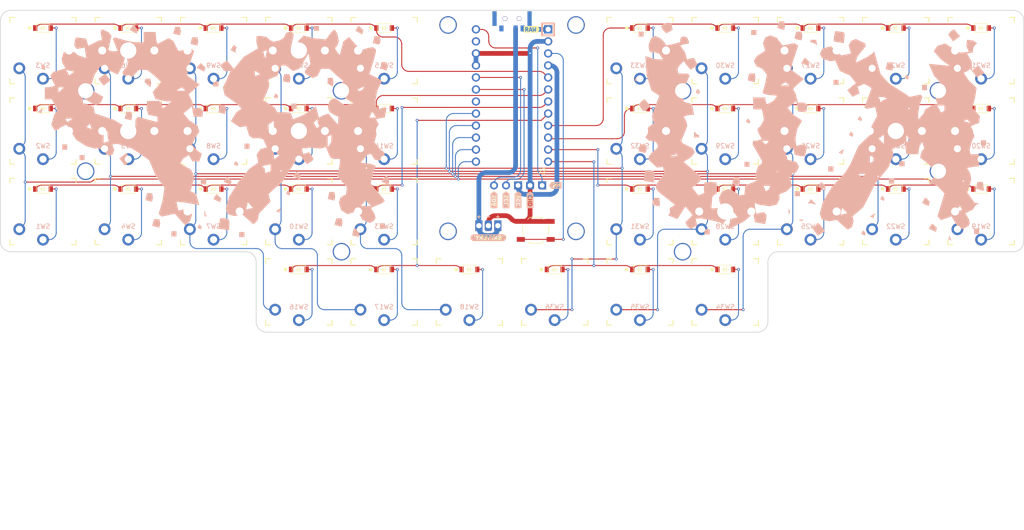
<source format=kicad_pcb>
(kicad_pcb (version 20221018) (generator pcbnew)
  (title_block (title "pcb/ortho_wings") (rev "v1.0.0") (company "Unknown"))
  (layers (0 "F.Cu" signal) (31 "B.Cu" signal) (34 "B.Paste" user) (35 "F.Paste" user) (36 "B.SilkS" user "B.Silkscreen") (37 "F.SilkS" user "F.Silkscreen") (38 "B.Mask" user) (39 "F.Mask" user) (44 "Edge.Cuts" user))
  (net 0 "")
  (net 1 "Net-(BT1-+)")
  (net 2 "/GND")
  (net 3 "/row2")
  (net 4 "Net-(D1-Pad2)")
  (net 5 "/row1")
  (net 6 "Net-(D2-Pad2)")
  (net 7 "/row0")
  (net 8 "Net-(D3-Pad2)")
  (net 9 "Net-(D4-Pad2)")
  (net 10 "Net-(D5-Pad2)")
  (net 11 "Net-(D6-Pad2)")
  (net 12 "Net-(D7-Pad2)")
  (net 13 "Net-(D8-Pad2)")
  (net 14 "Net-(D9-Pad2)")
  (net 15 "Net-(D10-Pad2)")
  (net 16 "Net-(D11-Pad2)")
  (net 17 "Net-(D12-Pad2)")
  (net 18 "Net-(D13-Pad2)")
  (net 19 "Net-(D14-Pad2)")
  (net 20 "Net-(D15-Pad2)")
  (net 21 "/row3")
  (net 22 "Net-(D16-Pad2)")
  (net 23 "Net-(D17-Pad2)")
  (net 24 "Net-(D18-Pad2)")
  (net 25 "/row6")
  (net 26 "Net-(D19-Pad2)")
  (net 27 "/row5")
  (net 28 "Net-(D20-Pad2)")
  (net 29 "/row4")
  (net 30 "Net-(D21-Pad2)")
  (net 31 "Net-(D22-Pad2)")
  (net 32 "Net-(D23-Pad2)")
  (net 33 "Net-(D24-Pad2)")
  (net 34 "Net-(D25-Pad2)")
  (net 35 "Net-(D26-Pad2)")
  (net 36 "Net-(D27-Pad2)")
  (net 37 "Net-(D28-Pad2)")
  (net 38 "Net-(D29-Pad2)")
  (net 39 "Net-(D30-Pad2)")
  (net 40 "Net-(D31-Pad2)")
  (net 41 "Net-(D32-Pad2)")
  (net 42 "Net-(D33-Pad2)")
  (net 43 "/row7")
  (net 44 "Net-(D34-Pad2)")
  (net 45 "Net-(D35-Pad2)")
  (net 46 "Net-(D36-Pad2)")
  (net 47 "/VCC")
  (net 48 "/SCL")
  (net 49 "/SDA")
  (net 51 "/RAW")
  (net 52 "/RST")
  (net 53 "/col0")
  (net 54 "/col1")
  (net 55 "/col2")
  (net 56 "/col3")
  (net 57 "/col4")
  (net 60 "/NV_CS")
  (footprint "0-jasonhazel-footprints:ArduinoProMicro" (layer "F.Cu") (at 202.448733 105.444608 -90)
    (fp_text reference "U1" hide)
    (fp_text value "ProMicro" hide)
  )
  (footprint "0-jasonhazel-footprints:D_SOD-123_via" (layer "F.Cu") (at 175.448733 142.194608)
    (fp_text reference "D17" hide)
    (fp_text value "D" hide)
  )
  (footprint "0-jasonhazel-footprints:3JST_BAT" (layer "F.Cu") (at 197.448733 132.944608)
    (fp_text reference "BT1" hide)
    (fp_text value "Battery" hide)
  )
  (footprint "0-jasonhazel-footprints:jh-choc" (layer "F.Cu") (at 175.448733 95.944608)
    (fp_text reference "SW15" hide)
    (fp_text value "SW" hide)
  )
  (footprint "0-jasonhazel-footprints:D_SOD-123_via" (layer "F.Cu") (at 229.448733 142.194608)
    (fp_text reference "D35" hide)
    (fp_text value "D" hide)
  )
  (footprint "0-jasonhazel-footprints:jh-choc" (layer "F.Cu") (at 229.448733 95.944608)
    (fp_text reference "SW33" hide)
    (fp_text value "SW" hide)
  )
  (footprint "0-jasonhazel-footprints:MountingHole_3.2mm_M3_thinpad" (layer "F.Cu") (at 215.948733 90.544608)
    (fp_text reference "H6")
    (fp_text value "MountingHole")
  )
  (footprint "0-jasonhazel-footprints:D_SOD-123_via" (layer "F.Cu") (at 229.448733 108.194608)
    (fp_text reference "D32" hide)
    (fp_text value "D" hide)
  )
  (footprint "0-jasonhazel-footprints:D_SOD-123_via" (layer "F.Cu") (at 265.448733 91.194608)
    (fp_text reference "D27" hide)
    (fp_text value "D" hide)
  )
  (footprint "0-jasonhazel-footprints:jh-choc" (layer "F.Cu") (at 301.448733 112.944608)
    (fp_text reference "SW20" hide)
    (fp_text value "SW" hide)
  )
  (footprint "0-jasonhazel-footprints:MountingHole_3.2mm_M3_thinpad" (layer "F.Cu") (at 238.448733 104.444608)
    (fp_text reference "H10")
    (fp_text value "MountingHole")
  )
  (footprint "0-jasonhazel-footprints:jh-choc" (layer "F.Cu") (at 265.448733 112.944608)
    (fp_text reference "SW26" hide)
    (fp_text value "SW" hide)
  )
  (footprint "0-jasonhazel-footprints:D_SOD-123_via" (layer "F.Cu") (at 175.448733 91.194608)
    (fp_text reference "D15" hide)
    (fp_text value "D" hide)
  )
  (footprint "0-jasonhazel-footprints:D_SOD-123_via" (layer "F.Cu") (at 229.448733 125.194608)
    (fp_text reference "D31" hide)
    (fp_text value "D" hide)
  )
  (footprint "0-jasonhazel-footprints:jh-choc" (layer "F.Cu") (at 247.448733 129.944608)
    (fp_text reference "SW28" hide)
    (fp_text value "SW" hide)
  )
  (footprint "0-jasonhazel-footprints:D_SOD-123_via" (layer "F.Cu") (at 157.448733 125.194608)
    (fp_text reference "D10" hide)
    (fp_text value "D" hide)
  )
  (footprint "0-jasonhazel-footprints:D_SOD-123_via" (layer "F.Cu") (at 301.448733 91.194608)
    (fp_text reference "D21" hide)
    (fp_text value "D" hide)
  )
  (footprint "0-jasonhazel-footprints:jh-choc" (layer "F.Cu") (at 175.448733 129.944608)
    (fp_text reference "SW13" hide)
    (fp_text value "SW" hide)
  )
  (footprint "0-jasonhazel-footprints:jh-choc" (layer "F.Cu") (at 157.448733 112.944608)
    (fp_text reference "SW11" hide)
    (fp_text value "SW" hide)
  )
  (footprint "0-jasonhazel-footprints:MountingHole_3.2mm_M3_thinpad" (layer "F.Cu") (at 112.448733 104.444608)
    (fp_text reference "H1")
    (fp_text value "MountingHole")
  )
  (footprint "0-jasonhazel-footprints:MountingHole_3.2mm_M3_thinpad" (layer "F.Cu") (at 238.448733 138.444608)
    (fp_text reference "H12")
    (fp_text value "MountingHole")
  )
  (footprint "0-jasonhazel-footprints:MountingHole_3.2mm_M3_thinpad" (layer "F.Cu") (at 188.948733 134.144608)
    (fp_text reference "H7")
    (fp_text value "MountingHole")
  )
  (footprint "0-jasonhazel-footprints:MountingHole_3.2mm_M3_thinpad" (layer "F.Cu") (at 188.948733 90.544608)
    (fp_text reference "H5")
    (fp_text value "MountingHole")
  )
  (footprint "0-jasonhazel-footprints:jh-choc" (layer "F.Cu") (at 301.448733 129.944608)
    (fp_text reference "SW19" hide)
    (fp_text value "SW" hide)
  )
  (footprint "0-jasonhazel-footprints:jh-choc" (layer "F.Cu") (at 247.448733 95.944608)
    (fp_text reference "SW30" hide)
    (fp_text value "SW" hide)
  )
  (footprint "0-jasonhazel-footprints:jh-choc" (layer "F.Cu") (at 211.448733 146.944608)
    (fp_text reference "SW36" hide)
    (fp_text value "SW" hide)
  )
  (footprint "0-jasonhazel-footprints:MountingHole_3.2mm_M3_thinpad" (layer "F.Cu") (at 166.448733 104.444608)
    (fp_text reference "H9")
    (fp_text value "MountingHole")
  )
  (footprint "0-jasonhazel-footprints:D_SOD-123_via" (layer "F.Cu") (at 301.448733 108.194608)
    (fp_text reference "D20" hide)
    (fp_text value "D" hide)
  )
  (footprint "0-jasonhazel-footprints:D_SOD-123_via" (layer "F.Cu") (at 157.448733 108.194608)
    (fp_text reference "D11" hide)
    (fp_text value "D" hide)
  )
  (footprint "0-jasonhazel-footprints:jh-choc" (layer "F.Cu") (at 139.448733 112.944608)
    (fp_text reference "SW8" hide)
    (fp_text value "SW" hide)
  )
  (footprint "0-jasonhazel-footprints:MountingHole_3.2mm_M3_thinpad" (layer "F.Cu") (at 292.448733 104.444608)
    (fp_text reference "H2")
    (fp_text value "MountingHole")
  )
  (footprint "0-jasonhazel-footprints:jh-choc" (layer "F.Cu") (at 175.448733 112.944608)
    (fp_text reference "SW14" hide)
    (fp_text value "SW" hide)
  )
  (footprint "0-jasonhazel-footprints:jh-choc" (layer "F.Cu") (at 247.448733 146.944608)
    (fp_text reference "SW34" hide)
    (fp_text value "SW" hide)
  )
  (footprint "0-jasonhazel-footprints:D_SOD-123_via" (layer "F.Cu") (at 229.448733 91.194608)
    (fp_text reference "D33" hide)
    (fp_text value "D" hide)
  )
  (footprint "0-jasonhazel-footprints:jh-choc" (layer "F.Cu") (at 121.448733 129.944608)
    (fp_text reference "SW4" hide)
    (fp_text value "SW" hide)
  )
  (footprint "0-jasonhazel-footprints:jh-choc" (layer "F.Cu") (at 121.448733 95.944608)
    (fp_text reference "SW6" hide)
    (fp_text value "SW" hide)
  )
  (footprint "0-jasonhazel-footprints:D_SOD-123_via" (layer "F.Cu") (at 175.448733 108.194608)
    (fp_text reference "D14" hide)
    (fp_text value "D" hide)
  )
  (footprint "0-jasonhazel-footprints:jh-choc" (layer "F.Cu") (at 283.448733 129.944608)
    (fp_text reference "SW22" hide)
    (fp_text value "SW" hide)
  )
  (footprint "0-jasonhazel-footprints:D_SOD-123_via" (layer "F.Cu") (at 247.448733 125.194608)
    (fp_text reference "D28" hide)
    (fp_text value "D" hide)
  )
  (footprint "0-jasonhazel-footprints:jh-choc" (layer "F.Cu") (at 265.448733 129.944608)
    (fp_text reference "SW25" hide)
    (fp_text value "SW" hide)
  )
  (footprint "0-jasonhazel-footprints:jh-choc" (layer "F.Cu") (at 139.448733 129.944608)
    (fp_text reference "SW7" hide)
    (fp_text value "SW" hide)
  )
  (footprint "0-jasonhazel-footprints:jh-choc" (layer "F.Cu") (at 283.448733 95.944608)
    (fp_text reference "SW24" hide)
    (fp_text value "SW" hide)
  )
  (footprint "0-jasonhazel-footprints:jh-choc" (layer "F.Cu") (at 139.448733 95.944608)
    (fp_text reference "SW9" hide)
    (fp_text value "SW" hide)
  )
  (footprint "0-jasonhazel-footprints:D_SOD-123_via" (layer "F.Cu") (at 157.448733 91.194608)
    (fp_text reference "D12" hide)
    (fp_text value "D" hide)
  )
  (footprint "0-jasonhazel-footprints:D_SOD-123_via" (layer "F.Cu") (at 247.448733 108.194608)
    (fp_text reference "D29" hide)
    (fp_text value "D" hide)
  )
  (footprint "0-jasonhazel-footprints:jh-choc" (layer "F.Cu") (at 157.448733 146.944608)
    (fp_text reference "SW16" hide)
    (fp_text value "SW" hide)
  )
  (footprint "0-jasonhazel-footprints:D_SOD-123_via" (layer "F.Cu") (at 193.448733 142.194608)
    (fp_text reference "D18" hide)
    (fp_text value "D" hide)
  )
  (footprint "0-jasonhazel-footprints:D_SOD-123_via" (layer "F.Cu") (at 157.448733 142.194608)
    (fp_text reference "D16" hide)
    (fp_text value "D" hide)
  )
  (footprint "0-jasonhazel-footprints:D_SOD-123_via" (layer "F.Cu") (at 175.448733 125.194608)
    (fp_text reference "D13" hide)
    (fp_text value "D" hide)
  )
  (footprint "0-jasonhazel-footprints:D_SOD-123_via" (layer "F.Cu") (at 103.448733 125.194608)
    (fp_text reference "D1" hide)
    (fp_text value "D" hide)
  )
  (footprint "0-jasonhazel-footprints:D_SOD-123_via" (layer "F.Cu") (at 103.448733 91.194608)
    (fp_text reference "D3" hide)
    (fp_text value "D" hide)
  )
  (footprint "0-jasonhazel-footprints:jh-choc" (layer "F.Cu") (at 301.448733 95.944608)
    (fp_text reference "SW21" hide)
    (fp_text value "SW" hide)
  )
  (footprint "0-jasonhazel-footprints:D_SOD-123_via" (layer "F.Cu") (at 139.448733 91.194608)
    (fp_text reference "D9" hide)
    (fp_text value "D" hide)
  )
  (footprint "0-jasonhazel-footprints:jh-choc" (layer "F.Cu") (at 283.448733 112.944608)
    (fp_text reference "SW23" hide)
    (fp_text value "SW" hide)
  )
  (footprint "0-jasonhazel-footprints:D_SOD-123_via" (layer "F.Cu") (at 247.448733 142.194608)
    (fp_text reference "D34" hide)
    (fp_text value "D" hide)
  )
  (footprint "0-jasonhazel-footprints:jh-choc" (layer "F.Cu") (at 157.448733 95.944608)
    (fp_text reference "SW12" hide)
    (fp_text value "SW" hide)
  )
  (footprint "0-jasonhazel-footprints:D_SOD-123_via" (layer "F.Cu") (at 211.448733 142.194608)
    (fp_text reference "D36" hide)
    (fp_text value "D" hide)
  )
  (footprint "0-jasonhazel-footprints:jh-choc" (layer "F.Cu") (at 175.448733 146.944608)
    (fp_text reference "SW17" hide)
    (fp_text value "SW" hide)
  )
  (footprint "0-jasonhazel-footprints:D_SOD-123_via" (layer "F.Cu") (at 121.448733 91.194608)
    (fp_text reference "D6" hide)
    (fp_text value "D" hide)
  )
  (footprint "0-jasonhazel-footprints:jh-choc" (layer "F.Cu") (at 229.448733 146.944608)
    (fp_text reference "SW35" hide)
    (fp_text value "SW" hide)
  )
  (footprint "0-jasonhazel-footprints:CS_PIN" (layer "F.Cu") (at 208.79365 124.444608)
    (fp_text reference "J2")
    (fp_text value "Conn_01x01_Socket")
  )
  (footprint "0-jasonhazel-footprints:D_SOD-123_via" (layer "F.Cu") (at 283.448733 91.194608)
    (fp_text reference "D24" hide)
    (fp_text value "D" hide)
  )
  (footprint "0-jasonhazel-footprints:jh-choc" (layer "F.Cu") (at 103.448733 129.944608)
    (fp_text reference "SW1" hide)
    (fp_text value "SW" hide)
  )
  (footprint "0-jasonhazel-footprints:jh-choc" (layer "F.Cu") (at 229.448733 129.944608)
    (fp_text reference "SW31" hide)
    (fp_text value "SW" hide)
  )
  (footprint "0-jasonhazel-footprints:jh-choc" (layer "F.Cu") (at 121.448733 112.944608)
    (fp_text reference "SW5" hide)
    (fp_text value "SW" hide)
  )
  (footprint "0-jasonhazel-footprints:jh-choc" (layer "F.Cu") (at 229.448733 112.944608)
    (fp_text reference "SW32" hide)
    (fp_text value "SW" hide)
  )
  (footprint "0-jasonhazel-footprints:MountingHole_3.2mm_M3_thinpad" (layer "F.Cu") (at 292.448733 121.444608)
    (fp_text reference "H4")
    (fp_text value "MountingHole")
  )
  (footprint "0-jasonhazel-footprints:jh-choc" (layer "F.Cu") (at 265.448733 95.944608)
    (fp_text reference "SW27" hide)
    (fp_text value "SW" hide)
  )
  (footprint "0-jasonhazel-footprints:MountingHole_3.2mm_M3_thinpad" (layer "F.Cu") (at 112.448733 121.444608)
    (fp_text reference "H3")
    (fp_text value "MountingHole")
  )
  (footprint "0-jasonhazel-footprints:D_SOD-123_via" (layer "F.Cu") (at 103.448733 108.194608)
    (fp_text reference "D2" hide)
    (fp_text value "D" hide)
  )
  (footprint "0-jasonhazel-footprints:OLED-128x64" (layer "F.Cu") (at 202.448733 124.444608 180)
    (fp_text reference "J1" hide)
    (fp_text value "OLED-128x64")
  )
  (footprint "0-jasonhazel-footprints:D_SOD-123_via" (layer "F.Cu") (at 265.448733 108.194608)
    (fp_text reference "D26" hide)
    (fp_text value "D" hide)
  )
  (footprint "0-jasonhazel-footprints:D_SOD-123_via" (layer "F.Cu") (at 283.448733 108.194608)
    (fp_text reference "D23" hide)
    (fp_text value "D" hide)
  )
  (footprint "0-jasonhazel-footprints:jh-choc" (layer "F.Cu") (at 103.448733 112.944608)
    (fp_text reference "SW2" hide)
    (fp_text value "SW" hide)
  )
  (footprint "0-jasonhazel-footprints:D_SOD-123_via" (layer "F.Cu") (at 139.448733 125.194608)
    (fp_text reference "D7" hide)
    (fp_text value "D" hide)
  )
  (footprint "0-jasonhazel-footprints:MountingHole_3.2mm_M3_thinpad" (layer "F.Cu") (at 166.448733 138.444608)
    (fp_text reference "H11")
    (fp_text value "MountingHole")
  )
  (footprint "0-jasonhazel-footprints:jh-choc" (layer "F.Cu") (at 193.448733 146.944608)
    (fp_text reference "SW18" hide)
    (fp_text value "SW" hide)
  )
  (footprint "0-jasonhazel-footprints:MountingHole_3.2mm_M3_thinpad" (layer "F.Cu") (at 215.948733 134.144608)
    (fp_text reference "H8")
    (fp_text value "MountingHole")
  )
  (footprint "0-jasonhazel-footprints:D_SOD-123_via" (layer "F.Cu") (at 121.448733 108.194608)
    (fp_text reference "D5" hide)
    (fp_text value "D" hide)
  )
  (footprint "0-jasonhazel-footprints:jh-choc" (layer "F.Cu") (at 157.448733 129.944608)
    (fp_text reference "SW10" hide)
    (fp_text value "SW" hide)
  )
  (footprint "0-jasonhazel-footprints:D_SOD-123_via" (layer "F.Cu") (at 265.448733 125.194608)
    (fp_text reference "D25" hide)
    (fp_text value "D" hide)
  )
  (footprint "0-jasonhazel-footprints:D_SOD-123_via" (layer "F.Cu") (at 139.448733 108.194608)
    (fp_text reference "D8" hide)
    (fp_text value "D" hide)
  )
  (footprint "0-jasonhazel-footprints:jh-choc" (layer "F.Cu") (at 103.448733 95.944608)
    (fp_text reference "SW3" hide)
    (fp_text value "SW" hide)
  )
  (footprint "0-jasonhazel-footprints:D_SOD-123_via" (layer "F.Cu") (at 283.448733 125.194608)
    (fp_text reference "D22" hide)
    (fp_text value "D" hide)
  )
  (footprint "0-jasonhazel-footprints:D_SOD-123_via" (layer "F.Cu") (at 247.448733 91.194608)
    (fp_text reference "D30" hide)
    (fp_text value "D" hide)
  )
  (footprint "0-jasonhazel-footprints:D_SOD-123_via" (layer "F.Cu") (at 301.448733 125.194608)
    (fp_text reference "D19" hide)
    (fp_text value "D" hide)
  )
  (footprint "0-jasonhazel-footprints:SW_SPST_TL3342" (layer "F.Cu") (at 207.448733 133.944608)
    (fp_text reference "RESET1")
    (fp_text value "SW")
  )
  (footprint "0-jasonhazel-footprints:D_SOD-123_via" (layer "F.Cu") (at 121.448733 125.194608)
    (fp_text reference "D4" hide)
    (fp_text value "D" hide)
  )
  (footprint "0-jasonhazel-footprints:jh-choc" (layer "F.Cu") (at 247.448733 112.944608)
    (fp_text reference "SW29" hide)
    (fp_text value "SW" hide)
  )
  (footprint "kibuzzard-641D257F" (layer "B.Cu") (at 265.448733 112.944608 180)
    (fp_text reference "kibuzzard-641D257F" hide)
    (fp_text value "G***" hide)
  )
  (footprint "0-jasonhazel-footprints:SPDT_C128955" (layer "B.Cu") (at 202.448733 89.194608)
    (fp_text reference "PWR1" hide)
    (fp_text value "SW_SPDT" hide)
  )
  (footprint "kibuzzard-641D2588" (layer "B.Cu") (at 139.448733 112.944608 180)
    (fp_text reference "kibuzzard-641D2588" hide)
    (fp_text value "G***" hide)
  )
  (gr_arc (start 146.248733 138.444608) (mid 147.804368 139.088973) (end 148.448733 140.644608) (stroke (width 0.15)) (layer "Edge.Cuts"))
  (gr_line (start 148.448733 153.244608) (end 148.448733 140.644608) (stroke (width 0.15)) (layer "Edge.Cuts"))
  (gr_arc (start 94.448733 89.644608) (mid 95.093098 88.088973) (end 96.648733 87.444608) (stroke (width 0.15)) (layer "Edge.Cuts"))
  (gr_line (start 94.448733 136.244608) (end 94.448733 89.644608) (stroke (width 0.15)) (layer "Edge.Cuts"))
  (gr_line (start 310.448733 89.644608) (end 310.448733 136.244608) (stroke (width 0.15)) (layer "Edge.Cuts"))
  (gr_arc (start 310.448733 136.244608) (mid 309.804368 137.800243) (end 308.248733 138.444608) (stroke (width 0.15)) (layer "Edge.Cuts"))
  (gr_arc (start 96.648733 138.444608) (mid 95.093098 137.800243) (end 94.448733 136.244608) (stroke (width 0.15)) (layer "Edge.Cuts"))
  (gr_arc (start 308.248733 87.444608) (mid 309.804368 88.088973) (end 310.448733 89.644608) (stroke (width 0.15)) (layer "Edge.Cuts"))
  (gr_line (start 254.248733 155.444608) (end 150.648733 155.444608) (stroke (width 0.15)) (layer "Edge.Cuts"))
  (gr_arc (start 150.648733 155.444608) (mid 149.093098 154.800243) (end 148.448733 153.244608) (stroke (width 0.15)) (layer "Edge.Cuts"))
  (gr_line (start 308.248733 138.444608) (end 258.648733 138.444608) (stroke (width 0.15)) (layer "Edge.Cuts"))
  (gr_line (start 146.248733 138.444608) (end 96.648733 138.444608) (stroke (width 0.15)) (layer "Edge.Cuts"))
  (gr_line (start 256.448733 140.644608) (end 256.448733 153.244608) (stroke (width 0.15)) (layer "Edge.Cuts"))
  (gr_arc (start 256.448733 153.244608) (mid 255.804368 154.800243) (end 254.248733 155.444608) (stroke (width 0.15)) (layer "Edge.Cuts"))
  (gr_line (start 96.648733 87.444608) (end 308.248733 87.444608) (stroke (width 0.15)) (layer "Edge.Cuts"))
  (gr_arc (start 256.448733 140.644608) (mid 257.093098 139.088973) (end 258.648733 138.444608) (stroke (width 0.15)) (layer "Edge.Cuts"))
  (segment (start 203.198733 120.224649) (end 203.198733 91.269608) (width 1) (layer "B.Cu") (net 1))
  (segment (start 199.448733 132.944608) (end 199.448733 133.516113) (width 1) (layer "B.Cu") (net 1))
  (segment (start 196.948733 121.724649) (end 201.698733 121.724649) (width 1) (layer "B.Cu") (net 1))
  (segment (start 195.448733 133.516113) (end 195.448733 132.944608) (width 1) (layer "B.Cu") (net 1))
  (segment (start 197.948733 135.016113) (end 196.948733 135.016113) (width 1) (layer "B.Cu") (net 1))
  (segment (start 195.448733 132.944608) (end 195.448733 123.224649) (width 1) (layer "B.Cu") (net 1))
  (arc (start 196.948733 135.016113) (mid 195.888073 134.576773) (end 195.448733 133.516113) (width 1) (layer "B.Cu") (net 1))
  (arc (start 203.198733 120.224649) (mid 202.759393 121.285309) (end 201.698733 121.724649) (width 1) (layer "B.Cu") (net 1))
  (arc (start 197.948733 135.016113) (mid 199.009393 134.576773) (end 199.448733 133.516113) (width 1) (layer "B.Cu") (net 1))
  (arc (start 195.448733 123.224649) (mid 195.888073 122.163989) (end 196.948733 121.724649) (width 1) (layer "B.Cu") (net 1))
  (segment (start 194.828733 96.554608) (end 206.20536 96.554608) (width 1) (layer "F.Cu") (net 2))
  (segment (start 206.20536 96.554608) (end 206.258733 96.501235) (width 0.2) (layer "F.Cu") (net 2))
  (segment (start 206.258733 130.544608) (end 206.258733 124.444608) (width 1) (layer "F.Cu") (net 2))
  (segment (start 204.298733 132.044608) (end 204.758733 132.044608) (width 1) (layer "F.Cu") (net 2))
  (segment (start 204.298733 132.044608) (end 203.461603 132.044608) (width 1) (layer "F.Cu") (net 2))
  (segment (start 202.400943 131.605268) (end 202.062963 131.267288) (width 1) (layer "F.Cu") (net 2))
  (segment (start 201.002303 130.827948) (end 198.948733 130.827948) (width 1) (layer "F.Cu") (net 2))
  (segment (start 204.298733 132.044608) (end 210.598733 132.044608) (width 1) (layer "F.Cu") (net 2))
  (segment (start 197.448733 132.327948) (end 197.448733 132.944608) (width 1) (layer "F.Cu") (net 2))
  (via (at 206.258733 96.501235) (size 0.6) (drill 0.3) (layers "F.Cu" "B.Cu") (net 2))
  (arc (start 206.258733 130.544608) (mid 205.819393 131.605268) (end 204.758733 132.044608) (width 1) (layer "F.Cu") (net 2))
  (arc (start 203.461603 132.044608) (mid 202.887578 131.930427) (end 202.400943 131.605268) (width 1) (layer "F.Cu") (net 2))
  (arc (start 201.002303 130.827948) (mid 201.576328 130.942129) (end 202.062963 131.267288) (width 1) (layer "F.Cu") (net 2))
  (arc (start 198.948733 130.827948) (mid 197.888073 131.267288) (end 197.448733 132.327948) (width 1) (layer "F.Cu") (net 2))
  (segment (start 206.258733 124.444608) (end 206.258733 96.501235) (width 1) (layer "B.Cu") (net 2))
  (segment (start 194.828733 96.554608) (end 194.828733 99.094608) (width 1) (layer "B.Cu") (net 2))
  (segment (start 207.758733 94.014608) (end 210.068733 94.014608) (width 1) (layer "B.Cu") (net 2))
  (segment (start 206.258733 96.501235) (end 206.258733 95.514608) (width 1) (layer "B.Cu") (net 2))
  (arc (start 207.758733 94.014608) (mid 206.698073 94.453948) (end 206.258733 95.514608) (width 1) (layer "B.Cu") (net 2))
  (segment (start 119.798733 125.194608) (end 119.411073 124.806948) (width 0.2) (layer "F.Cu") (net 3))
  (segment (start 155.798733 125.194608) (end 155.411073 124.806948) (width 0.2) (layer "F.Cu") (net 3))
  (segment (start 136.350413 124.367608) (end 121.247053 124.367608) (width 0.2) (layer "F.Cu") (net 3))
  (segment (start 102.186393 124.806948) (end 101.798733 125.194608) (width 0.2) (layer "F.Cu") (net 3))
  (segment (start 179.239417 107.962423) (end 208.199598 107.962423) (width 0.2) (layer "F.Cu") (net 3))
  (segment (start 179.242201 124.367608) (end 175.247053 124.367608) (width 0.2) (layer "F.Cu") (net 3))
  (segment (start 137.798733 125.194608) (end 137.411073 124.806948) (width 0.2) (layer "F.Cu") (net 3))
  (segment (start 120.186393 124.806948) (end 119.798733 125.194608) (width 0.2) (layer "F.Cu") (net 3))
  (segment (start 156.186393 124.806948) (end 155.798733 125.194608) (width 0.2) (layer "F.Cu") (net 3))
  (segment (start 138.186393 124.806948) (end 137.798733 125.194608) (width 0.2) (layer "F.Cu") (net 3))
  (segment (start 172.350413 124.367608) (end 157.247053 124.367608) (width 0.2) (layer "F.Cu") (net 3))
  (segment (start 154.350413 124.367608) (end 139.247053 124.367608) (width 0.2) (layer "F.Cu") (net 3))
  (segment (start 173.798733 125.194608) (end 173.411073 124.806948) (width 0.2) (layer "F.Cu") (net 3))
  (segment (start 174.186393 124.806948) (end 173.798733 125.194608) (width 0.2) (layer "F.Cu") (net 3))
  (segment (start 118.350413 124.367608) (end 103.247053 124.367608) (width 0.2) (layer "F.Cu") (net 3))
  (segment (start 209.260258 107.523083) (end 210.068733 106.714608) (width 0.2) (layer "F.Cu") (net 3))
  (segment (start 179.243948 124.369355) (end 179.242201 124.367608) (width 0.2) (layer "F.Cu") (net 3))
  (via (at 179.239417 107.962423) (size 0.6) (drill 0.3) (layers "F.Cu" "B.Cu") (net 3))
  (via (at 179.243948 124.369355) (size 0.6) (drill 0.3) (layers "F.Cu" "B.Cu") (net 3))
  (arc (start 120.186393 124.806948) (mid 120.673028 124.481789) (end 121.247053 124.367608) (width 0.2) (layer "F.Cu") (net 3))
  (arc (start 137.411073 124.806948) (mid 136.924438 124.481789) (end 136.350413 124.367608) (width 0.2) (layer "F.Cu") (net 3))
  (arc (start 175.247053 124.367608) (mid 174.673028 124.481789) (end 174.186393 124.806948) (width 0.2) (layer "F.Cu") (net 3))
  (arc (start 157.247053 124.367608) (mid 156.673028 124.481789) (end 156.186393 124.806948) (width 0.2) (layer "F.Cu") (net 3))
  (arc (start 103.247053 124.367608) (mid 102.673028 124.481789) (end 102.186393 124.806948) (width 0.2) (layer "F.Cu") (net 3))
  (arc (start 155.411073 124.806948) (mid 154.924438 124.481789) (end 154.350413 124.367608) (width 0.2) (layer "F.Cu") (net 3))
  (arc (start 138.186393 124.806948) (mid 138.673028 124.481789) (end 139.247053 124.367608) (width 0.2) (layer "F.Cu") (net 3))
  (arc (start 208.199598 107.962423) (mid 208.773623 107.848242) (end 209.260258 107.523083) (width 0.2) (layer "F.Cu") (net 3))
  (arc (start 173.411073 124.806948) (mid 172.924438 124.481789) (end 172.350413 124.367608) (width 0.2) (layer "F.Cu") (net 3))
  (arc (start 119.411073 124.806948) (mid 118.924438 124.481789) (end 118.350413 124.367608) (width 0.2) (layer "F.Cu") (net 3))
  (segment (start 179.240053 124.36546) (end 179.243948 124.369355) (width 0.2) (layer "B.Cu") (net 3))
  (segment (start 179.240053 107.963059) (end 179.240053 124.36546) (width 0.2) (layer "B.Cu") (net 3))
  (segment (start 179.239417 107.962423) (end 179.240053 107.963059) (width 0.2) (layer "B.Cu") (net 3))
  (segment (start 106.242733 125.194608) (end 106.242733 134.394608) (width 0.2) (layer "B.Cu") (net 4))
  (segment (start 104.742733 135.894608) (end 103.448733 135.894608) (width 0.2) (layer "B.Cu") (net 4))
  (arc (start 106.242733 134.394608) (mid 105.803393 135.455268) (end 104.742733 135.894608) (width 0.2) (layer "B.Cu") (net 4))
  (segment (start 173.798733 108.194608) (end 173.411073 107.806948) (width 0.2) (layer "F.Cu") (net 5))
  (segment (start 175.298733 105.44197) (end 208.180051 105.44197) (width 0.2) (layer "F.Cu") (net 5))
  (segment (start 120.186393 107.806948) (end 119.798733 108.194608) (width 0.2) (layer "F.Cu") (net 5))
  (segment (start 172.350413 107.367608) (end 157.247053 107.367608) (width 0.2) (layer "F.Cu") (net 5))
  (segment (start 155.798733 108.194608) (end 155.411073 107.806948) (width 0.2) (layer "F.Cu") (net 5))
  (segment (start 119.798733 108.194608) (end 119.411073 107.806948) (width 0.2) (layer "F.Cu") (net 5))
  (segment (start 136.350413 107.367608) (end 121.247053 107.367608) (width 0.2) (layer "F.Cu") (net 5))
  (segment (start 138.186393 107.806948) (end 137.798733 108.194608) (width 0.2) (layer "F.Cu") (net 5))
  (segment (start 118.350413 107.367608) (end 103.247053 107.367608) (width 0.2) (layer "F.Cu") (net 5))
  (segment (start 209.240711 105.00263) (end 210.068733 104.174608) (width 0.2) (layer "F.Cu") (net 5))
  (segment (start 156.186393 107.806948) (end 155.798733 108.194608) (width 0.2) (layer "F.Cu") (net 5))
  (segment (start 137.798733 108.194608) (end 137.411073 107.806948) (width 0.2) (layer "F.Cu") (net 5))
  (segment (start 173.798733 108.194608) (end 173.798733 106.94197) (width 0.2) (layer "F.Cu") (net 5))
  (segment (start 154.350413 107.367608) (end 139.247053 107.367608) (width 0.2) (layer "F.Cu") (net 5))
  (segment (start 102.186393 107.806948) (end 101.798733 108.194608) (width 0.2) (layer "F.Cu") (net 5))
  (arc (start 139.247053 107.367608) (mid 138.673028 107.481789) (end 138.186393 107.806948) (width 0.2) (layer "F.Cu") (net 5))
  (arc (start 208.180051 105.44197) (mid 208.754076 105.327789) (end 209.240711 105.00263) (width 0.2) (layer "F.Cu") (net 5))
  (arc (start 157.247053 107.367608) (mid 156.673028 107.481789) (end 156.186393 107.806948) (width 0.2) (layer "F.Cu") (net 5))
  (arc (start 136.350413 107.367608) (mid 136.924438 107.481789) (end 137.411073 107.806948) (width 0.2) (layer "F.Cu") (net 5))
  (arc (start 173.798733 106.94197) (mid 174.238073 105.88131) (end 175.298733 105.44197) (width 0.2) (layer "F.Cu") (net 5))
  (arc (start 172.350413 107.367608) (mid 172.924438 107.481789) (end 173.411073 107.806948) (width 0.2) (layer "F.Cu") (net 5))
  (arc (start 154.350413 107.367608) (mid 154.924438 107.481789) (end 155.411073 107.806948) (width 0.2) (layer "F.Cu") (net 5))
  (arc (start 102.186393 107.806948) (mid 102.673028 107.481789) (end 103.247053 107.367608) (width 0.2) (layer "F.Cu") (net 5))
  (arc (start 118.350413 107.367608) (mid 118.924438 107.481789) (end 119.411073 107.806948) (width 0.2) (layer "F.Cu") (net 5))
  (arc (start 121.247053 107.367608) (mid 120.673028 107.481789) (end 120.186393 107.806948) (width 0.2) (layer "F.Cu") (net 5))
  (segment (start 104.742733 118.894608) (end 103.448733 118.894608) (width 0.2) (layer "B.Cu") (net 6))
  (segment (start 106.242733 108.194608) (end 106.242733 117.394608) (width 0.2) (layer "B.Cu") (net 6))
  (arc (start 104.742733 118.894608) (mid 105.803393 118.455268) (end 106.242733 117.394608) (width 0.2) (layer "B.Cu") (net 6))
  (segment (start 173.798733 91.194608) (end 173.411073 90.806948) (width 0.2) (layer "F.Cu") (net 7))
  (segment (start 180.661856 100.351514) (end 208.164319 100.351514) (width 0.2) (layer "F.Cu") (net 7))
  (segment (start 156.186393 90.806948) (end 155.798733 91.194608) (width 0.2) (layer "F.Cu") (net 7))
  (segment (start 179.161856 94.590853) (end 179.161856 98.851514) (width 0.2) (layer "F.Cu") (net 7))
  (segment (start 173.798733 91.194608) (end 173.798733 91.590853) (width 0.2) (layer "F.Cu") (net 7))
  (segment (start 175.298733 93.090853) (end 177.661856 93.090853) (width 0.2) (layer "F.Cu") (net 7))
  (segment (start 120.186393 90.806948) (end 119.798733 91.194608) (width 0.2) (layer "F.Cu") (net 7))
  (segment (start 172.350413 90.367608) (end 157.247053 90.367608) (width 0.2) (layer "F.Cu") (net 7))
  (segment (start 209.224979 100.790854) (end 210.068733 101.634608) (width 0.2) (layer "F.Cu") (net 7))
  (segment (start 155.798733 91.194608) (end 155.411073 90.806948) (width 0.2) (layer "F.Cu") (net 7))
  (segment (start 102.186393 90.806948) (end 101.798733 91.194608) (width 0.2) (layer "F.Cu") (net 7))
  (segment (start 154.350413 90.367608) (end 139.247053 90.367608) (width 0.2) (layer "F.Cu") (net 7))
  (segment (start 137.798733 91.194608) (end 137.411073 90.806948) (width 0.2) (layer "F.Cu") (net 7))
  (segment (start 138.186393 90.806948) (end 137.798733 91.194608) (width 0.2) (layer "F.Cu") (net 7))
  (segment (start 118.350413 90.367608) (end 103.247053 90.367608) (width 0.2) (layer "F.Cu") (net 7))
  (segment (start 136.350413 90.367608) (end 121.247053 90.367608) (width 0.2) (layer "F.Cu") (net 7))
  (segment (start 119.798733 91.194608) (end 119.411073 90.806948) (width 0.2) (layer "F.Cu") (net 7))
  (arc (start 137.411073 90.806948) (mid 136.924438 90.481789) (end 136.350413 90.367608) (width 0.2) (layer "F.Cu") (net 7))
  (arc (start 179.161856 94.590853) (mid 178.722516 93.530193) (end 177.661856 93.090853) (width 0.2) (layer "F.Cu") (net 7))
  (arc (start 138.186393 90.806948) (mid 138.673028 90.481789) (end 139.247053 90.367608) (width 0.2) (layer "F.Cu") (net 7))
  (arc (start 173.411073 90.806948) (mid 172.924438 90.481789) (end 172.350413 90.367608) (width 0.2) (layer "F.Cu") (net 7))
  (arc (start 154.350413 90.367608) (mid 154.924438 90.481789) (end 155.411073 90.806948) (width 0.2) (layer "F.Cu") (net 7))
  (arc (start 173.798733 91.590853) (mid 174.238073 92.651513) (end 175.298733 93.090853) (width 0.2) (layer "F.Cu") (net 7))
  (arc (start 103.247053 90.367608) (mid 102.673028 90.481789) (end 102.186393 90.806948) (width 0.2) (layer "F.Cu") (net 7))
  (arc (start 120.186393 90.806948) (mid 120.673028 90.481789) (end 121.247053 90.367608) (width 0.2) (layer "F.Cu") (net 7))
  (arc (start 156.186393 90.806948) (mid 156.673028 90.481789) (end 157.247053 90.367608) (width 0.2) (layer "F.Cu") (net 7))
  (arc (start 179.161856 98.851514) (mid 179.601196 99.912174) (end 180.661856 100.351514) (width 0.2) (layer "F.Cu") (net 7))
  (arc (start 118.350413 90.367608) (mid 118.924438 90.481789) (end 119.411073 90.806948) (width 0.2) (layer "F.Cu") (net 7))
  (arc (start 209.224979 100.790854) (mid 208.738344 100.465695) (end 208.164319 100.351514) (width 0.2) (layer "F.Cu") (net 7))
  (segment (start 104.742733 101.894608) (end 103.448733 101.894608) (width 0.2) (layer "B.Cu") (net 8))
  (segment (start 106.242733 91.194608) (end 106.242733 100.394608) (width 0.2) (layer "B.Cu") (net 8))
  (arc (start 104.742733 101.894608) (mid 105.803393 101.455268) (end 106.242733 100.394608) (width 0.2) (layer "B.Cu") (net 8))
  (segment (start 124.242733 125.194608) (end 124.242733 134.394608) (width 0.2) (layer "B.Cu") (net 9))
  (segment (start 122.742733 135.894608) (end 121.448733 135.894608) (width 0.2) (layer "B.Cu") (net 9))
  (arc (start 124.242733 134.394608) (mid 123.803393 135.455268) (end 122.742733 135.894608) (width 0.2) (layer "B.Cu") (net 9))
  (segment (start 124.242733 108.194608) (end 124.242733 117.394608) (width 0.2) (layer "B.Cu") (net 10))
  (segment (start 122.742733 118.894608) (end 121.448733 118.894608) (width 0.2) (layer "B.Cu") (net 10))
  (arc (start 124.242733 117.394608) (mid 123.803393 118.455268) (end 122.742733 118.894608) (width 0.2) (layer "B.Cu") (net 10))
  (segment (start 122.742733 101.894608) (end 121.448733 101.894608) (width 0.2) (layer "B.Cu") (net 11))
  (segment (start 124.242733 91.194608) (end 124.242733 100.394608) (width 0.2) (layer "B.Cu") (net 11))
  (arc (start 124.242733 100.394608) (mid 123.803393 101.455268) (end 122.742733 101.894608) (width 0.2) (layer "B.Cu") (net 11))
  (segment (start 142.242733 125.194608) (end 142.242733 134.394608) (width 0.2) (layer "B.Cu") (net 12))
  (segment (start 140.742733 135.894608) (end 139.448733 135.894608) (width 0.2) (layer "B.Cu") (net 12))
  (arc (start 140.742733 135.894608) (mid 141.803393 135.455268) (end 142.242733 134.394608) (width 0.2) (layer "B.Cu") (net 12))
  (segment (start 140.742733 118.894608) (end 139.448733 118.894608) (width 0.2) (layer "B.Cu") (net 13))
  (segment (start 142.242733 108.194608) (end 142.242733 117.394608) (width 0.2) (layer "B.Cu") (net 13))
  (arc (start 140.742733 118.894608) (mid 141.803393 118.455268) (end 142.242733 117.394608) (width 0.2) (layer "B.Cu") (net 13))
  (segment (start 140.742733 101.894608) (end 139.448733 101.894608) (width 0.2) (layer "B.Cu") (net 14))
  (segment (start 142.242733 91.194608) (end 142.242733 100.394608) (width 0.2) (layer "B.Cu") (net 14))
  (arc (start 140.742733 101.894608) (mid 141.803393 101.455268) (end 142.242733 100.394608) (width 0.2) (layer "B.Cu") (net 14))
  (segment (start 158.742733 135.894608) (end 157.448733 135.894608) (width 0.2) (layer "B.Cu") (net 15))
  (segment (start 160.242733 125.194608) (end 160.242733 134.394608) (width 0.2) (layer "B.Cu") (net 15))
  (arc (start 160.242733 134.394608) (mid 159.803393 135.455268) (end 158.742733 135.894608) (width 0.2) (layer "B.Cu") (net 15))
  (segment (start 160.242733 108.194608) (end 160.242733 117.394608) (width 0.2) (layer "B.Cu") (net 16))
  (segment (start 158.742733 118.894608) (end 157.448733 118.894608) (width 0.2) (layer "B.Cu") (net 16))
  (arc (start 160.242733 117.394608) (mid 159.803393 118.455268) (end 158.742733 118.894608) (width 0.2) (layer "B.Cu") (net 16))
  (segment (start 158.742733 101.894608) (end 157.448733 101.894608) (width 0.2) (layer "B.Cu") (net 17))
  (segment (start 160.242733 91.194608) (end 160.242733 100.394608) (width 0.2) (layer "B.Cu") (net 17))
  (arc (start 160.242733 100.394608) (mid 159.803393 101.455268) (end 158.742733 101.894608) (width 0.2) (layer "B.Cu") (net 17))
  (segment (start 178.242733 125.194608) (end 178.242733 134.394608) (width 0.2) (layer "B.Cu") (net 18))
  (segment (start 176.742733 135.894608) (end 175.448733 135.894608) (width 0.2) (layer "B.Cu") (net 18))
  (arc (start 176.742733 135.894608) (mid 177.803393 135.455268) (end 178.242733 134.394608) (width 0.2) (layer "B.Cu") (net 18))
  (segment (start 178.242733 108.194608) (end 178.242733 117.394608) (width 0.2) (layer "B.Cu") (net 19))
  (segment (start 176.742733 118.894608) (end 175.448733 118.894608) (width 0.2) (layer "B.Cu") (net 19))
  (arc (start 176.742733 118.894608) (mid 177.803393 118.455268) (end 178.242733 117.394608) (width 0.2) (layer "B.Cu") (net 19))
  (segment (start 176.742733 101.894608) (end 175.448733 101.894608) (width 0.2) (layer "B.Cu") (net 20))
  (segment (start 178.242733 91.194608) (end 178.242733 100.394608) (width 0.2) (layer "B.Cu") (net 20))
  (arc (start 178.242733 100.394608) (mid 177.803393 101.455268) (end 176.742733 101.894608) (width 0.2) (layer "B.Cu") (net 20))
  (segment (start 174.186393 141.806948) (end 173.798733 142.194608) (width 0.2) (layer "F.Cu") (net 21))
  (segment (start 182.42143 141.367608) (end 175.247053 141.367608) (width 0.2) (layer "F.Cu") (net 21))
  (segment (start 191.411073 141.806948) (end 191.798733 142.194608) (width 0.2) (layer "F.Cu") (net 21))
  (segment (start 182.419566 110.691308) (end 208.632033 110.691308) (width 0.2) (layer "F.Cu") (net 21))
  (segment (start 208.632033 110.691308) (end 210.068733 109.254608) (width 0.2) (layer "F.Cu") (net 21))
  (segment (start 156.186393 141.806948) (end 155.798733 142.194608) (width 0.2) (layer "F.Cu") (net 21))
  (segment (start 172.350413 141.367608) (end 157.247053 141.367608) (width 0.2) (layer "F.Cu") (net 21))
  (segment (start 182.418157 110.689899) (end 182.419566 110.691308) (width 0.2) (layer "F.Cu") (net 21))
  (segment (start 173.798733 142.194608) (end 173.411073 141.806948) (width 0.2) (layer "F.Cu") (net 21))
  (segment (start 182.42143 141.367608) (end 190.350413 141.367608) (width 0.2) (layer "F.Cu") (net 21))
  (via (at 182.42143 141.367608) (size 0.6) (drill 0.3) (layers "F.Cu" "B.Cu") (net 21))
  (via (at 182.418157 110.689899) (size 0.6) (drill 0.3) (layers "F.Cu" "B.Cu") (net 21))
  (arc (start 157.247053 141.367608) (mid 156.673028 141.481789) (end 156.186393 141.806948) (width 0.2) (layer "F.Cu") (net 21))
  (arc (start 172.350413 141.367608) (mid 172.924438 141.481789) (end 173.411073 141.806948) (width 0.2) (layer "F.Cu") (net 21))
  (arc (start 190.350413 141.367608) (mid 190.924438 141.481789) (end 191.411073 141.806948) (width 0.2) (layer "F.Cu") (net 21))
  (arc (start 175.247053 141.367608) (mid 174.673028 141.481789) (end 174.186393 141.806948) (width 0.2) (layer "F.Cu") (net 21))
  (segment (start 182.42143 110.693172) (end 182.42143 141.367608) (width 0.2) (layer "B.Cu") (net 21))
  (segment (start 182.418157 110.689899) (end 182.42143 110.693172) (width 0.2) (layer "B.Cu") (net 21))
  (segment (start 158.742733 152.894608) (end 157.448733 152.894608) (width 0.2) (layer "B.Cu") (net 22))
  (segment (start 160.242733 142.194608) (end 160.242733 151.394608) (width 0.2) (layer "B.Cu") (net 22))
  (arc (start 158.742733 152.894608) (mid 159.803393 152.455268) (end 160.242733 151.394608) (width 0.2) (layer "B.Cu") (net 22))
  (segment (start 178.242733 142.194608) (end 178.242733 151.394608) (width 0.2) (layer "B.Cu") (net 23))
  (segment (start 176.742733 152.894608) (end 175.448733 152.894608) (width 0.2) (layer "B.Cu") (net 23))
  (arc (start 178.242733 151.394608) (mid 177.803393 152.455268) (end 176.742733 152.894608) (width 0.2) (layer "B.Cu") (net 23))
  (segment (start 196.242733 142.194608) (end 196.242733 151.394608) (width 0.2) (layer "B.Cu") (net 24))
  (segment (start 194.742733 152.894608) (end 193.448733 152.894608) (width 0.2) (layer "B.Cu") (net 24))
  (arc (start 196.242733 151.394608) (mid 195.803393 152.455268) (end 194.742733 152.894608) (width 0.2) (layer "B.Cu") (net 24))
  (segment (start 298.350413 124.367608) (end 283.247053 124.367608) (width 0.2) (layer "F.Cu") (net 25))
  (segment (start 220.555118 116.874608) (end 210.068733 116.874608) (width 0.2) (layer "F.Cu") (net 25))
  (segment (start 244.350413 124.367608) (end 229.247053 124.367608) (width 0.2) (layer "F.Cu") (net 25))
  (segment (start 299.798733 125.194608) (end 299.411073 124.806948) (width 0.2) (layer "F.Cu") (net 25))
  (segment (start 220.55639 124.375171) (end 220.562173 124.369388) (width 0.2) (layer "F.Cu") (net 25))
  (segment (start 264.186393 124.806948) (end 263.798733 125.194608) (width 0.2) (layer "F.Cu") (net 25))
  (segment (start 281.798733 125.194608) (end 281.411073 124.806948) (width 0.2) (layer "F.Cu") (net 25))
  (segment (start 227.412853 124.808728) (end 227.798733 125.194608) (width 0.2) (layer "F.Cu") (net 25))
  (segment (start 220.562173 124.369388) (end 226.352193 124.369388) (width 0.2) (layer "F.Cu") (net 25))
  (segment (start 246.186393 124.806948) (end 245.798733 125.194608) (width 0.2) (layer "F.Cu") (net 25))
  (segment (start 220.557835 116.871891) (end 220.555118 116.874608) (width 0.2) (layer "F.Cu") (net 25))
  (segment (start 228.186393 124.806948) (end 227.798733 125.194608) (width 0.2) (layer "F.Cu") (net 25))
  (segment (start 262.350413 124.367608) (end 247.247053 124.367608) (width 0.2) (layer "F.Cu") (net 25))
  (segment (start 245.798733 125.194608) (end 245.411073 124.806948) (width 0.2) (layer "F.Cu") (net 25))
  (segment (start 282.186393 124.806948) (end 281.798733 125.194608) (width 0.2) (layer "F.Cu") (net 25))
  (segment (start 280.350413 124.367608) (end 265.247053 124.367608) (width 0.2) (layer "F.Cu") (net 25))
  (segment (start 263.798733 125.194608) (end 263.411073 124.806948) (width 0.2) (layer "F.Cu") (net 25))
  (via (at 220.55639 124.375171) (size 0.6) (drill 0.3) (layers "F.Cu" "B.Cu") (net 25))
  (via (at 220.557835 116.871891) (size 0.6) (drill 0.3) (layers "F.Cu" "B.Cu") (net 25))
  (arc (start 227.412853 124.808728) (mid 226.926218 124.483569) (end 226.352193 124.369388) (width 0.2) (layer "F.Cu") (net 25))
  (arc (start 283.247053 124.367608) (mid 282.673028 124.481789) (end 282.186393 124.806948) (width 0.2) (layer "F.Cu") (net 25))
  (arc (start 246.186393 124.806948) (mid 246.673028 124.481789) (end 247.247053 124.367608) (width 0.2) (layer "F.Cu") (net 25))
  (arc (start 262.350413 124.367608) (mid 262.924438 124.481789) (end 263.411073 124.806948) (width 0.2) (layer "F.Cu") (net 25))
  (arc (start 298.350413 124.367608) (mid 298.924438 124.481789) (end 299.411073 124.806948) (width 0.2) (layer "F.Cu") (net 25))
  (arc (start 229.247053 124.367608) (mid 228.673028 124.481789) (end 228.186393 124.806948) (width 0.2) (layer "F.Cu") (net 25))
  (arc (start 244.350413 124.367608) (mid 244.924438 124.481789) (end 245.411073 124.806948) (width 0.2) (layer "F.Cu") (net 25))
  (arc (start 281.411073 124.806948) (mid 280.924438 124.481789) (end 280.350413 124.367608) (width 0.2) (layer "F.Cu") (net 25))
  (arc (start 264.186393 124.806948) (mid 264.673028 124.481789) (end 265.247053 124.367608) (width 0.2) (layer "F.Cu") (net 25))
  (segment (start 220.55639 124.375171) (end 220.557835 124.373726) (width 0.2) (layer "B.Cu") (net 25))
  (segment (start 220.557835 124.373726) (end 220.557835 116.871891) (width 0.2) (layer "B.Cu") (net 25))
  (segment (start 301.448733 135.894608) (end 302.742733 135.894608) (width 0.2) (layer "B.Cu") (net 26))
  (segment (start 304.242733 134.394608) (end 304.242733 125.194608) (width 0.2) (layer "B.Cu") (net 26))
  (arc (start 302.742733 135.894608) (mid 303.803393 135.455268) (end 304.242733 134.394608) (width 0.2) (layer "B.Cu") (net 26))
  (segment (start 227.798733 108.194608) (end 227.658415 108.194608) (width 0.2) (layer "F.Cu") (net 27))
  (segment (start 264.186393 107.806948) (end 263.798733 108.194608) (width 0.2) (layer "F.Cu") (net 27))
  (segment (start 299.798733 108.194608) (end 299.411073 107.806948) (width 0.2) (layer "F.Cu") (net 27))
  (segment (start 282.186393 107.806948) (end 281.798733 108.194608) (width 0.2) (layer "F.Cu") (net 27))
  (segment (start 298.350413 107.367608) (end 283.247053 107.367608) (width 0.2) (layer "F.Cu") (net 27))
  (segment (start 228.186393 107.806948) (end 227.798733 108.194608) (width 0.2) (layer "F.Cu") (net 27))
  (segment (start 224.658415 114.572252) (end 210.306377 114.572252) (width 0.2) (layer "F.Cu") (net 27))
  (segment (start 280.350413 107.367608) (end 265.247053 107.367608) (width 0.2) (layer "F.Cu") (net 27))
  (segment (start 244.350413 107.367608) (end 229.247053 107.367608) (width 0.2) (layer "F.Cu") (net 27))
  (segment (start 226.158415 109.694608) (end 226.158415 113.072252) (width 0.2) (layer "F.Cu") (net 27))
  (segment (start 245.798733 108.194608) (end 245.411073 107.806948) (width 0.2) (layer "F.Cu") (net 27))
  (segment (start 210.306377 114.572252) (end 210.068733 114.334608) (width 0.2) (layer "F.Cu") (net 27))
  (segment (start 246.186393 107.806948) (end 245.798733 108.194608) (width 0.2) (layer "F.Cu") (net 27))
  (segment (start 281.798733 108.194608) (end 281.411073 107.806948) (width 0.2) (layer "F.Cu") (net 27))
  (segment (start 262.350413 107.367608) (end 247.247053 107.367608) (width 0.2) (layer "F.Cu") (net 27))
  (segment (start 263.798733 108.194608) (end 263.411073 107.806948) (width 0.2) (layer "F.Cu") (net 27))
  (arc (start 263.411073 107.806948) (mid 262.924438 107.481789) (end 262.350413 107.367608) (width 0.2) (layer "F.Cu") (net 27))
  (arc (start 264.186393 107.806948) (mid 264.673028 107.481789) (end 265.247053 107.367608) (width 0.2) (layer "F.Cu") (net 27))
  (arc (start 299.411073 107.806948) (mid 298.924438 107.481789) (end 298.350413 107.367608) (width 0.2) (layer "F.Cu") (net 27))
  (arc (start 246.186393 107.806948) (mid 246.673028 107.481789) (end 247.247053 107.367608) (width 0.2) (layer "F.Cu") (net 27))
  (arc (start 228.186393 107.806948) (mid 228.673028 107.481789) (end 229.247053 107.367608) (width 0.2) (layer "F.Cu") (net 27))
  (arc (start 281.411073 107.806948) (mid 280.924438 107.481789) (end 280.350413 107.367608) (width 0.2) (layer "F.Cu") (net 27))
  (arc (start 283.247053 107.367608) (mid 282.673028 107.481789) (end 282.186393 107.806948) (width 0.2) (layer "F.Cu") (net 27))
  (arc (start 226.158415 109.694608) (mid 226.597755 108.633948) (end 227.658415 108.194608) (width 0.2) (layer "F.Cu") (net 27))
  (arc (start 226.158415 113.072252) (mid 225.719075 114.132912) (end 224.658415 114.572252) (width 0.2) (layer "F.Cu") (net 27))
  (arc (start 245.411073 107.806948) (mid 244.924438 107.481789) (end 244.350413 107.367608) (width 0.2) (layer "F.Cu") (net 27))
  (segment (start 304.242733 117.394608) (end 304.242733 108.194608) (width 0.2) (layer "B.Cu") (net 28))
  (segment (start 301.448733 118.894608) (end 302.742733 118.894608) (width 0.2) (layer "B.Cu") (net 28))
  (arc (start 304.242733 117.394608) (mid 303.803393 118.455268) (end 302.742733 118.894608) (width 0.2) (layer "B.Cu") (net 28))
  (segment (start 264.186393 90.806948) (end 263.798733 91.194608) (width 0.2) (layer "F.Cu") (net 29))
  (segment (start 220.203501 111.794608) (end 210.068733 111.794608) (width 0.2) (layer "F.Cu") (net 29))
  (segment (start 262.350413 90.367608) (end 247.247053 90.367608) (width 0.2) (layer "F.Cu") (net 29))
  (segment (start 282.186393 90.806948) (end 281.798733 91.194608) (width 0.2) (layer "F.Cu") (net 29))
  (segment (start 280.350413 90.367608) (end 265.247053 90.367608) (width 0.2) (layer "F.Cu") (net 29))
  (segment (start 246.186393 90.806948) (end 245.798733 91.194608) (width 0.2) (layer "F.Cu") (net 29))
  (segment (start 245.798733 91.194608) (end 245.411073 90.806948) (width 0.2) (layer "F.Cu") (net 29))
  (segment (start 281.798733 91.194608) (end 281.411073 90.806948) (width 0.2) (layer "F.Cu") (net 29))
  (segment (start 263.798733 91.194608) (end 263.411073 90.806948) (width 0.2) (layer "F.Cu") (net 29))
  (segment (start 221.703501 92.690007) (end 221.703501 110.294608) (width 0.2) (layer "F.Cu") (net 29))
  (segment (start 227.798733 91.194608) (end 227.794132 91.190007) (width 0.2) (layer "F.Cu") (net 29))
  (segment (start 227.794132 91.190007) (end 223.203501 91.190007) (width 0.2) (layer "F.Cu") (net 29))
  (segment (start 244.350413 90.367608) (end 229.247053 90.367608) (width 0.2) (layer "F.Cu") (net 29))
  (segment (start 299.798733 91.194608) (end 299.411073 90.806948) (width 0.2) (layer "F.Cu") (net 29))
  (segment (start 298.350413 90.367608) (end 283.247053 90.367608) (width 0.2) (layer "F.Cu") (net 29))
  (segment (start 228.186393 90.806948) (end 227.798733 91.194608) (width 0.2) (layer "F.Cu") (net 29))
  (arc (start 223.203501 91.190007) (mid 222.142841 91.629347) (end 221.703501 92.690007) (width 0.2) (layer "F.Cu") (net 29))
  (arc (start 229.247053 90.367608) (mid 228.673028 90.481789) (end 228.186393 90.806948) (width 0.2) (layer "F.Cu") (net 29))
  (arc (start 299.411073 90.806948) (mid 298.924438 90.481789) (end 298.350413 90.367608) (width 0.2) (layer "F.Cu") (net 29))
  (arc (start 221.703501 110.294608) (mid 221.264161 111.355268) (end 220.203501 111.794608) (width 0.2) (layer "F.Cu") (net 29))
  (arc (start 244.350413 90.367608) (mid 244.924438 90.481789) (end 245.411073 90.806948) (width 0.2) (layer "F.Cu") (net 29))
  (arc (start 263.411073 90.806948) (mid 262.924438 90.481789) (end 262.350413 90.367608) (width 0.2) (layer "F.Cu") (net 29))
  (arc (start 265.247053 90.367608) (mid 264.673028 90.481789) (end 264.186393 90.806948) (width 0.2) (layer "F.Cu") (net 29))
  (arc (start 280.350413 90.367608) (mid 280.924438 90.481789) (end 281.411073 90.806948) (width 0.2) (layer "F.Cu") (net 29))
  (arc (start 246.186393 90.806948) (mid 246.673028 90.481789) (end 247.247053 90.367608) (width 0.2) (layer "F.Cu") (net 29))
  (arc (start 283.247053 90.367608) (mid 282.673028 90.481789) (end 282.186393 90.806948) (width 0.2) (layer "F.Cu") (net 29))
  (segment (start 301.448733 101.894608) (end 302.742733 101.894608) (width 0.2) (layer "B.Cu") (net 30))
  (segment (start 304.242733 100.394608) (end 304.242733 91.194608) (width 0.2) (layer "B.Cu") (net 30))
  (arc (start 302.742733 101.894608) (mid 303.803393 101.455268) (end 304.242733 100.394608) (width 0.2) (layer "B.Cu") (net 30))
  (segment (start 283.448733 135.894608) (end 284.742733 135.894608) (width 0.2) (layer "B.Cu") (net 31))
  (segment (start 286.242733 134.394608) (end 286.242733 125.194608) (width 0.2) (layer "B.Cu") (net 31))
  (arc (start 286.242733 134.394608) (mid 285.803393 135.455268) (end 284.742733 135.894608) (width 0.2) (layer "B.Cu") (net 31))
  (segment (start 286.242733 117.394608) (end 286.242733 108.194608) (width 0.2) (layer "B.Cu") (net 32))
  (segment (start 283.448733 118.894608) (end 284.742733 118.894608) (width 0.2) (layer "B.Cu") (net 32))
  (arc (start 284.742733 118.894608) (mid 285.803393 118.455268) (end 286.242733 117.394608) (width 0.2) (layer "B.Cu") (net 32))
  (segment (start 286.242733 100.394608) (end 286.242733 91.194608) (width 0.2) (layer "B.Cu") (net 33))
  (segment (start 283.448733 101.894608) (end 284.742733 101.894608) (width 0.2) (layer "B.Cu") (net 33))
  (arc (start 286.242733 100.394608) (mid 285.803393 101.455268) (end 284.742733 101.894608) (width 0.2) (layer "B.Cu") (net 33))
  (segment (start 268.242733 134.394608) (end 268.242733 125.194608) (width 0.2) (layer "B.Cu") (net 34))
  (segment (start 265.448733 135.894608) (end 266.742733 135.894608) (width 0.2) (layer "B.Cu") (net 34))
  (arc (start 266.742733 135.894608) (mid 267.803393 135.455268) (end 268.242733 134.394608) (width 0.2) (layer "B.Cu") (net 34))
  (segment (start 268.242733 117.394608) (end 268.242733 108.194608) (width 0.2) (layer "B.Cu") (net 35))
  (segment (start 265.448733 118.894608) (end 266.742733 118.894608) (width 0.2) (layer "B.Cu") (net 35))
  (arc (start 268.242733 117.394608) (mid 267.803393 118.455268) (end 266.742733 118.894608) (width 0.2) (layer "B.Cu") (net 35))
  (segment (start 268.242733 100.394608) (end 268.242733 91.194608) (width 0.2) (layer "B.Cu") (net 36))
  (segment (start 265.448733 101.894608) (end 266.742733 101.894608) (width 0.2) (layer "B.Cu") (net 36))
  (arc (start 266.742733 101.894608) (mid 267.803393 101.455268) (end 268.242733 100.394608) (width 0.2) (layer "B.Cu") (net 36))
  (segment (start 247.448733 135.894608) (end 248.742733 135.894608) (width 0.2) (layer "B.Cu") (net 37))
  (segment (start 250.242733 134.394608) (end 250.242733 125.194608) (width 0.2) (layer "B.Cu") (net 37))
  (arc (start 248.742733 135.894608) (mid 249.803393 135.455268) (end 250.242733 134.394608) (width 0.2) (layer "B.Cu") (net 37))
  (segment (start 247.448733 118.894608) (end 248.742733 118.894608) (width 0.2) (layer "B.Cu") (net 38))
  (segment (start 250.242733 117.394608) (end 250.242733 108.194608) (width 0.2) (layer "B.Cu") (net 38))
  (arc (start 248.742733 118.894608) (mid 249.803393 118.455268) (end 250.242733 117.394608) (width 0.2) (layer "B.Cu") (net 38))
  (segment (start 247.448733 101.894608) (end 248.742733 101.894608) (width 0.2) (layer "B.Cu") (net 39))
  (segment (start 250.242733 100.394608) (end 250.242733 91.194608) (width 0.2) (layer "B.Cu") (net 39))
  (arc (start 248.742733 101.894608) (mid 249.803393 101.455268) (end 250.242733 100.394608) (width 0.2) (layer "B.Cu") (net 39))
  (segment (start 229.448733 135.894608) (end 230.742733 135.894608) (width 0.2) (layer "B.Cu") (net 40))
  (segment (start 232.242733 134.394608) (end 232.242733 125.194608) (width 0.2) (layer "B.Cu") (net 40))
  (arc (start 230.742733 135.894608) (mid 231.803393 135.455268) (end 232.242733 134.394608) (width 0.2) (layer "B.Cu") (net 40))
  (segment (start 232.242733 117.394608) (end 232.242733 108.194608) (width 0.2) (layer "B.Cu") (net 41))
  (segment (start 229.448733 118.894608) (end 230.742733 118.894608) (width 0.2) (layer "B.Cu") (net 41))
  (arc (start 232.242733 117.394608) (mid 231.803393 118.455268) (end 230.742733 118.894608) (width 0.2) (layer "B.Cu") (net 41))
  (segment (start 232.242733 100.394608) (end 232.242733 91.194608) (width 0.2) (layer "B.Cu") (net 42))
  (segment (start 229.448733 101.894608) (end 230.742733 101.894608) (width 0.2) (layer "B.Cu") (net 42))
  (arc (start 230.742733 101.894608) (mid 231.803393 101.455268) (end 232.242733 100.394608) (width 0.2) (layer "B.Cu") (net 42))
  (segment (start 219.665009 119.414608) (end 210.068733 119.414608) (width 0.2) (layer "F.Cu") (net 43))
  (segment (start 219.717983 119.467582) (end 219.665009 119.414608) (width 0.2) (layer "F.Cu") (net 43))
  (segment (start 226.350413 141.367608) (end 219.725672 141.367608) (width 0.2) (layer "F.Cu") (net 43))
  (segment (start 244.350413 141.367608) (end 229.247053 141.367608) (width 0.2) (layer "F.Cu") (net 43))
  (segment (start 219.710294 141.367608) (end 211.247053 141.367608) (width 0.2) (layer "F.Cu") (net 43))
  (segment (start 210.186393 141.806948) (end 209.798733 142.194608) (width 0.2) (layer "F.Cu") (net 43))
  (segment (start 245.798733 142.194608) (end 245.411073 141.806948) (width 0.2) (layer "F.Cu") (net 43))
  (segment (start 219.717983 141.375297) (end 219.710294 141.367608) (width 0.2) (layer "F.Cu") (net 43))
  (segment (start 227.798733 142.194608) (end 227.411073 141.806948) (width 0.2) (layer "F.Cu") (net 43))
  (segment (start 219.725672 141.367608) (end 219.717983 141.375297) (width 0.2) (layer "F.Cu") (net 43))
  (segment (start 228.186393 141.806948) (end 227.798733 142.194608) (width 0.2) (layer "F.Cu") (net 43))
  (via (at 219.717983 119.467582) (size 0.6) (drill 0.3) (layers "F.Cu" "B.Cu") (net 43))
  (via (at 219.717983 141.375297) (size 0.6) (drill 0.3) (layers "F.Cu" "B.Cu") (net 43))
  (arc (start 245.411073 141.806948) (mid 244.924438 141.481789) (end 244.350413 141.367608) (width 0.2) (layer "F.Cu") (net 43))
  (arc (start 211.247053 141.367608) (mid 210.673028 141.481789) (end 210.186393 141.806948) (width 0.2) (layer "F.Cu") (net 43))
  (arc (start 226.350413 141.367608) (mid 226.924438 141.481789) (end 227.411073 141.806948) (width 0.2) (layer "F.Cu") (net 43))
  (arc (start 228.186393 141.806948) (mid 228.673028 141.481789) (end 229.247053 141.367608) (width 0.2) (layer "F.Cu") (net 43))
  (segment (start 219.717983 119.467582) (end 219.717983 141.375297) (width 0.2) (layer "B.Cu") (net 43))
  (segment (start 248.742733 152.894608) (end 247.448733 152.894608) (width 0.2) (layer "B.Cu") (net 44))
  (segment (start 250.242733 142.194608) (end 250.242733 151.394608) (width 0.2) (layer "B.Cu") (net 44))
  (arc (start 250.242733 151.394608) (mid 249.803393 152.455268) (end 248.742733 152.894608) (width 0.2) (layer "B.Cu") (net 44))
  (segment (start 232.242733 142.194608) (end 232.242733 151.394608) (width 0.2) (layer "B.Cu") (net 45))
  (segment (start 230.742733 152.894608) (end 229.448733 152.894608) (width 0.2) (layer "B.Cu") (net 45))
  (arc (start 232.242733 151.394608) (mid 231.803393 152.455268) (end 230.742733 152.894608) (width 0.2) (layer "B.Cu") (net 45))
  (segment (start 212.742733 152.894608) (end 211.448733 152.894608) (width 0.2) (layer "B.Cu") (net 46))
  (segment (start 214.242733 142.194608) (end 214.242733 151.394608) (width 0.2) (layer "B.Cu") (net 46))
  (arc (start 214.242733 151.394608) (mid 213.803393 152.455268) (end 212.742733 152.894608) (width 0.2) (layer "B.Cu") (net 46))
  (segment (start 210.422844 99.094608) (end 210.068733 99.094608) (width 1) (layer "B.Cu") (net 47))
  (segment (start 203.718733 124.444608) (end 203.718733 124.832404) (width 1) (layer "B.Cu") (net 47))
  (segment (start 211.922844 124.832404) (end 211.922844 100.594608) (width 1) (layer "B.Cu") (net 47))
  (segment (start 205.218733 126.332404) (end 210.422844 126.332404) (width 1) (layer "B.Cu") (net 47))
  (arc (start 210.422844 126.332404) (mid 211.483504 125.893064) (end 211.922844 124.832404) (width 1) (layer "B.Cu") (net 47))
  (arc (start 211.922844 100.594608) (mid 211.483504 99.533948) (end 210.422844 99.094608) (width 1) (layer "B.Cu") (net 47))
  (arc (start 205.218733 126.332404) (mid 204.158073 125.893064) (end 203.718733 124.832404) (width 1) (layer "B.Cu") (net 47))
  (segment (start 204.983235 104.181961) (end 204.975882 104.174608) (width 0.2) (layer "F.Cu") (net 48))
  (segment (start 204.975882 104.174608) (end 194.828733 104.174608) (width 0.2) (layer "F.Cu") (net 48))
  (via (at 204.983235 104.181961) (size 0.6) (drill 0.3) (layers "F.Cu" "B.Cu") (net 48))
  (segment (start 204.983235 121.402836) (end 204.983235 104.181961) (width 0.2) (layer "B.Cu") (net 48))
  (segment (start 202.178733 123.122559) (end 203.263512 123.122559) (width 0.2) (layer "B.Cu") (net 48))
  (segment (start 201.178733 124.444608) (end 201.178733 124.122559) (width 0.2) (layer "B.Cu") (net 48))
  (arc (start 203.263512 123.122559) (mid 204.47954 122.618864) (end 204.983235 121.402836) (width 0.2) (layer "B.Cu") (net 48))
  (arc (start 201.178733 124.122559) (mid 201.471626 123.415452) (end 202.178733 123.122559) (width 0.2) (layer "B.Cu") (net 48))
  (segment (start 204.249261 101.634608) (end 194.828733 101.634608) (width 0.2) (layer "F.Cu") (net 49))
  (segment (start 204.253576 101.630293) (end 204.249261 101.634608) (width 0.2) (layer "F.Cu") (net 49))
  (via (at 204.253576 101.630293) (size 0.6) (drill 0.3) (layers "F.Cu" "B.Cu") (net 49))
  (segment (start 200.138733 122.691736) (end 202.753576 122.691736) (width 0.2) (layer "B.Cu") (net 49))
  (segment (start 198.638733 124.444608) (end 198.638733 124.191736) (width 0.2) (layer "B.Cu") (net 49))
  (segment (start 204.253576 121.191736) (end 204.253576 101.630293) (width 0.2) (layer "B.Cu") (net 49))
  (arc (start 204.253576 121.191736) (mid 203.814236 122.252396) (end 202.753576 122.691736) (width 0.2) (layer "B.Cu") (net 49))
  (arc (start 198.638733 124.191736) (mid 199.078073 123.131076) (end 200.138733 122.691736) (width 0.2) (layer "B.Cu") (net 49))
  (segment (start 210.060447 91.482894) (end 210.068733 91.474608) (width 1) (layer "B.Cu") (net 51))
  (segment (start 204.912019 91.482894) (end 210.060447 91.482894) (width 1) (layer "B.Cu") (net 51))
  (segment (start 204.698733 91.269608) (end 204.912019 91.482894) (width 0.5) (layer "B.Cu") (net 51))
  (segment (start 213.271318 135.844608) (end 210.598733 135.844608) (width 0.2) (layer "F.Cu") (net 52))
  (segment (start 213.278618 135.837308) (end 213.271318 135.844608) (width 0.2) (layer "F.Cu") (net 52))
  (segment (start 210.598733 135.844608) (end 204.298733 135.844608) (width 0.2) (layer "F.Cu") (net 52))
  (via (at 213.278618 135.837308) (size 0.6) (drill 0.3) (layers "F.Cu" "B.Cu") (net 52))
  (segment (start 211.765742 96.554608) (end 210.068733 96.554608) (width 0.2) (layer "B.Cu") (net 52))
  (segment (start 213.278618 135.837308) (end 213.265742 135.824432) (width 0.2) (layer "B.Cu") (net 52))
  (segment (start 213.265742 135.824432) (end 213.265742 98.054608) (width 0.2) (layer "B.Cu") (net 52))
  (arc (start 213.265742 98.054608) (mid 212.826402 96.993948) (end 211.765742 96.554608) (width 0.2) (layer "B.Cu") (net 52))
  (segment (start 297.683151 123.521608) (end 297.698732 123.506027) (width 0.2) (layer "F.Cu") (net 53))
  (segment (start 114.74728 123.099763) (end 191.106716 123.099763) (width 0.2) (layer "F.Cu") (net 53))
  (segment (start 99.698851 123.735593) (end 113.283022 123.735593) (width 0.2) (layer "F.Cu") (net 53))
  (segment (start 191.106716 123.099763) (end 290.127399 123.099763) (width 0.2) (layer "F.Cu") (net 53))
  (segment (start 290.480953 123.24621) (end 290.609905 123.375162) (width 0.2) (layer "F.Cu") (net 53))
  (segment (start 290.963458 123.521608) (end 297.683151 123.521608) (width 0.2) (layer "F.Cu") (net 53))
  (segment (start 99.698732 123.735712) (end 99.698851 123.735593) (width 0.2) (layer "F.Cu") (net 53))
  (segment (start 113.990129 123.4427) (end 114.040173 123.392656) (width 0.2) (layer "F.Cu") (net 53))
  (via (at 191.106716 123.099763) (size 0.6) (drill 0.3) (layers "F.Cu" "B.Cu") (net 53))
  (via (at 297.698732 123.506027) (size 0.6) (drill 0.3) (layers "F.Cu" "B.Cu") (net 53))
  (via (at 99.698732 123.735712) (size 0.6) (drill 0.3) (layers "F.Cu" "B.Cu") (net 53))
  (arc (start 113.283022 123.735593) (mid 113.665705 123.659473) (end 113.990129 123.4427) (width 0.2) (layer "F.Cu") (net 53))
  (arc (start 290.127399 123.099763) (mid 290.318741 123.137823) (end 290.480953 123.24621) (width 0.2) (layer "F.Cu") (net 53))
  (arc (start 290.609905 123.375162) (mid 290.772117 123.483548) (end 290.963458 123.521608) (width 0.2) (layer "F.Cu") (net 53))
  (arc (start 114.040173 123.392656) (mid 114.364596 123.175883) (end 114.74728 123.099763) (width 0.2) (layer "F.Cu") (net 53))
  (segment (start 296.448733 116.694608) (end 297.259392 117.505267) (width 0.2) (layer "B.Cu") (net 53))
  (segment (start 99.698732 123.735712) (end 99.698732 131.823289) (width 0.2) (layer "B.Cu") (net 53))
  (segment (start 297.259392 132.883949) (end 296.448733 133.694608) (width 0.2) (layer "B.Cu") (net 53))
  (segment (start 191.106716 123.099763) (end 191.106716 120.914608) (width 0.2) (layer "B.Cu") (net 53))
  (segment (start 98.448733 99.694608) (end 99.259392 100.505267) (width 0.2) (layer "B.Cu") (net 53))
  (segment (start 192.606716 119.414608) (end 194.828733 119.414608) (width 0.2) (layer "B.Cu") (net 53))
  (segment (start 297.698732 123.506027) (end 297.698732 131.823289) (width 0.2) (layer "B.Cu") (net 53))
  (segment (start 297.698732 118.565927) (end 297.698732 123.506027) (width 0.2) (layer "B.Cu") (net 53))
  (segment (start 297.698732 101.565927) (end 297.698732 114.823289) (width 0.2) (layer "B.Cu") (net 53))
  (segment (start 99.259392 117.505267) (end 98.448733 116.694608) (width 0.2) (layer "B.Cu") (net 53))
  (segment (start 296.448733 99.694608) (end 297.259392 100.505267) (width 0.2) (layer "B.Cu") (net 53))
  (segment (start 99.698732 123.735712) (end 99.698732 118.565927) (width 0.2) (layer "B.Cu") (net 53))
  (segment (start 99.259392 132.883949) (end 98.448733 133.694608) (width 0.2) (layer "B.Cu") (net 53))
  (segment (start 99.259392 115.883949) (end 98.448733 116.694608) (width 0.2) (layer "B.Cu") (net 53))
  (segment (start 99.698732 101.565927) (end 99.698732 114.823289) (width 0.2) (layer "B.Cu") (net 53))
  (segment (start 297.259392 115.883949) (end 296.448733 116.694608) (width 0.2) (layer "B.Cu") (net 53))
  (arc (start 99.698732 118.565927) (mid 99.584545 117.991903) (end 99.259392 117.505267) (width 0.2) (layer "B.Cu") (net 53))
  (arc (start 191.106716 120.914608) (mid 191.546056 119.853948) (end 192.606716 119.414608) (width 0.2) (layer "B.Cu") (net 53))
  (arc (start 297.698732 118.565927) (mid 297.584551 117.991902) (end 297.259392 117.505267) (width 0.2) (layer "B.Cu") (net 53))
  (arc (start 297.259392 100.505267) (mid 297.584551 100.991902) (end 297.698732 101.565927) (width 0.2) (layer "B.Cu") (net 53))
  (arc (start 297.259392 115.883949) (mid 297.584551 115.397314) (end 297.698732 114.823289) (width 0.2) (layer "B.Cu") (net 53))
  (arc (start 99.698732 131.823289) (mid 99.584545 132.397313) (end 99.259392 132.883949) (width 0.2) (layer "B.Cu") (net 53))
  (arc (start 99.259392 100.505267) (mid 99.584551 100.991902) (end 99.698732 101.565927) (width 0.2) (layer "B.Cu") (net 53))
  (arc (start 99.259392 115.883949) (mid 99.584551 115.397314) (end 99.698732 114.823289) (width 0.2) (layer "B.Cu") (net 53))
  (arc (start 297.259392 132.883949) (mid 297.584551 132.397314) (end 297.698732 131.823289) (width 0.2) (layer "B.Cu") (net 53))
  (segment (start 117.698732 122.516769) (end 117.704097 122.522134) (width 0.2) (layer "F.Cu") (net 54))
  (segment (start 190.490712 122.522134) (end 279.693429 122.522134) (width 0.2) (layer "F.Cu") (net 54))
  (segment (start 117.704097 122.522134) (end 190.490712 122.522134) (width 0.2) (layer "F.Cu") (net 54))
  (segment (start 279.693429 122.522134) (end 279.698732 122.516831) (width 0.2) (layer "F.Cu") (net 54))
  (via (at 117.698732 122.516769) (size 0.6) (drill 0.3) (layers "F.Cu" "B.Cu") (net 54))
  (via (at 279.698732 122.516831) (size 0.6) (drill 0.3) (layers "F.Cu" "B.Cu") (net 54))
  (via (at 190.490712 122.522134) (size 0.6) (drill 0.3) (layers "F.Cu" "B.Cu") (net 54))
  (segment (start 279.259392 115.883949) (end 278.448733 116.694608) (width 0.2) (layer "B.Cu") (net 54))
  (segment (start 279.698732 118.565927) (end 279.698732 122.516831) (width 0.2) (layer "B.Cu") (net 54))
  (segment (start 278.448733 116.694608) (end 279.259392 117.505267) (width 0.2) (layer "B.Cu") (net 54))
  (segment (start 117.259392 115.883949) (end 116.448733 116.694608) (width 0.2) (layer "B.Cu") (net 54))
  (segment (start 117.259392 117.505267) (end 116.448733 116.694608) (width 0.2) (layer "B.Cu") (net 54))
  (segment (start 116.448733 99.694608) (end 117.259392 100.505267) (width 0.2) (layer "B.Cu") (net 54))
  (segment (start 279.698732 122.516831) (end 279.698732 131.823289) (width 0.2) (layer "B.Cu") (net 54))
  (segment (start 117.698732 122.516769) (end 117.698732 131.823289) (width 0.2) (layer "B.Cu") (net 54))
  (segment (start 278.448733 99.694608) (end 279.259392 100.505267) (width 0.2) (layer "B.Cu") (net 54))
  (segment (start 279.259392 132.883949) (end 278.448733 133.694608) (width 0.2) (layer "B.Cu") (net 54))
  (segment (start 190.490712 122.522134) (end 190.490712 118.374608) (width 0.2) (layer "B.Cu") (net 54))
  (segment (start 279.698732 101.565927) (end 279.698732 114.823289) (width 0.2) (layer "B.Cu") (net 54))
  (segment (start 117.698732 122.516769) (end 117.698732 118.565927) (width 0.2) (layer "B.Cu") (net 54))
  (segment (start 191.990712 116.874608) (end 194.828733 116.874608) (width 0.2) (layer "B.Cu") (net 54))
  (segment (start 117.698732 101.565927) (end 117.698732 114.823289) (width 0.2) (layer "B.Cu") (net 54))
  (segment (start 117.259392 132.883949) (end 116.448733 133.694608) (width 0.2) (layer "B.Cu") (net 54))
  (arc (start 190.490712 118.374608) (mid 190.930052 117.313948) (end 191.990712 116.874608) (width 0.2) (layer "B.Cu") (net 54))
  (arc (start 279.698732 114.823289) (mid 279.584551 115.397314) (end 279.259392 115.883949) (width 0.2) (layer "B.Cu") (net 54))
  (arc (start 117.698732 101.565927) (mid 117.584551 100.991902) (end 117.259392 100.505267) (width 0.2) (layer "B.Cu") (net 54))
  (arc (start 279.698732 131.823289) (mid 279.584551 132.397314) (end 279.259392 132.883949) (width 0.2) (layer "B.Cu") (net 54))
  (arc (start 279.259392 117.505267) (mid 279.584551 117.991902) (end 279.698732 118.565927) (width 0.2) (layer "B.Cu") (net 54))
  (arc (start 279.259392 100.505267) (mid 279.584551 100.991902) (end 279.698732 101.565927) (width 0.2) (layer "B.Cu") (net 54))
  (arc (start 117.698732 131.823289) (mid 117.584545 132.397313) (end 117.259392 132.883949) (width 0.2) (layer "B.Cu") (net 54))
  (arc (start 117.259392 115.883949) (mid 117.584551 115.397314) (end 117.698732 114.823289) (width 0.2) (layer "B.Cu") (net 54))
  (arc (start 117.698732 118.565927) (mid 117.584545 117.991903) (end 117.259392 117.505267) (width 0.2) (layer "B.Cu") (net 54))
  (segment (start 189.911904 121.985788) (end 135.706222 121.985788) (width 0.2) (layer "F.Cu") (net 55))
  (segment (start 135.706222 121.985788) (end 135.698732 121.993278) (width 0.2) (layer "F.Cu") (net 55))
  (segment (start 261.696459 121.985788) (end 261.698732 121.983515) (width 0.2) (layer "F.Cu") (net 55))
  (segment (start 242.448733 150.694608) (end 251.221356 150.694608) (width 0.2) (layer "F.Cu") (net 55))
  (segment (start 189.911904 121.985788) (end 261.696459 121.985788) (width 0.2) (layer "F.Cu") (net 55))
  (segment (start 251.221356 150.694608) (end 251.224312 150.697564) (width 0.2) (layer "F.Cu") (net 55))
  (via (at 189.911904 121.985788) (size 0.6) (drill 0.3) (layers "F.Cu" "B.Cu") (net 55))
  (via (at 261.698732 121.983515) (size 0.6) (drill 0.3) (layers "F.Cu" "B.Cu") (net 55))
  (via (at 135.698732 121.993278) (size 0.6) (drill 0.3) (layers "F.Cu" "B.Cu") (net 55))
  (via (at 251.224312 150.697564) (size 0.6) (drill 0.3) (layers "F.Cu" "B.Cu") (net 55))
  (segment (start 134.448733 99.694608) (end 135.259392 100.505267) (width 0.2) (layer "B.Cu") (net 55))
  (segment (start 251.224312 150.697564) (end 251.224312 135.194608) (width 0.2) (layer "B.Cu") (net 55))
  (segment (start 189.911904 121.985788) (end 189.911904 115.834608) (width 0.2) (layer "B.Cu") (net 55))
  (segment (start 260.448733 116.694608) (end 261.259392 117.505267) (width 0.2) (layer "B.Cu") (net 55))
  (segment (start 261.698732 121.983515) (end 261.698732 131.823289) (width 0.2) (layer "B.Cu") (net 55))
  (segment (start 135.259392 115.883949) (end 134.448733 116.694608) (width 0.2) (layer "B.Cu") (net 55))
  (segment (start 135.698732 121.993278) (end 135.698732 131.823289) (width 0.2) (layer "B.Cu") (net 55))
  (segment (start 135.259392 132.883949) (end 134.448733 133.694608) (width 0.2) (layer "B.Cu") (net 55))
  (segment (start 261.698732 118.565927) (end 261.698732 121.983515) (width 0.2) (layer "B.Cu") (net 55))
  (segment (start 191.411904 114.334608) (end 194.828733 114.334608) (width 0.2) (layer "B.Cu") (net 55))
  (segment (start 135.698732 121.993278) (end 135.698732 118.565927) (width 0.2) (layer "B.Cu") (net 55))
  (segment (start 134.448733 133.694608) (end 134.448733 136.277445) (width 0.2) (layer "B.Cu") (net 55))
  (segment (start 252.724312 133.694608) (end 260.448733 133.694608) (width 0.2) (layer "B.Cu") (net 55))
  (segment (start 261.259392 115.883949) (end 260.448733 116.694608) (width 0.2) (layer "B.Cu") (net 55))
  (segment (start 135.948733 137.777445) (end 148.471419 137.777445) (width 0.2) (layer "B.Cu") (net 55))
  (segment (start 261.259392 132.883949) (end 260.448733 133.694608) (width 0.2) (layer "B.Cu") (net 55))
  (segment (start 149.971419 139.277445) (end 149.971419 149.194608) (width 0.2) (layer "B.Cu") (net 55))
  (segment (start 261.698732 101.565927) (end 261.698732 114.823289) (width 0.2) (layer "B.Cu") (net 55))
  (segment (start 135.698732 101.565927) (end 135.698732 114.823289) (width 0.2) (layer "B.Cu") (net 55))
  (segment (start 260.448733 99.694608) (end 261.259392 100.505267) (width 0.2) (layer "B.Cu") (net 55))
  (segment (start 135.259392 117.505267) (end 134.448733 116.694608) (width 0.2) (layer "B.Cu") (net 55))
  (segment (start 151.471419 150.694608) (end 152.448733 150.694608) (width 0.2) (layer "B.Cu") (net 55))
  (arc (start 135.948733 137.777445) (mid 134.888073 137.338105) (end 134.448733 136.277445) (width 0.2) (layer "B.Cu") (net 55))
  (arc (start 261.698732 118.565927) (mid 261.584551 117.991902) (end 261.259392 117.505267) (width 0.2) (layer "B.Cu") (net 55))
  (arc (start 261.259392 132.883949) (mid 261.584551 132.397314) (end 261.698732 131.823289) (width 0.2) (layer "B.Cu") (net 55))
  (arc (start 251.224312 135.194608) (mid 251.663652 134.133948) (end 252.724312 133.694608) (width 0.2) (layer "B.Cu") (net 55))
  (arc (start 261.259392 100.505267) (mid 261.584551 100.991902) (end 261.698732 101.565927) (width 0.2) (layer "B.Cu") (net 55))
  (arc (start 189.911904 115.834608) (mid 190.351244 114.773948) (end 191.411904 114.334608) (width 0.2) (layer "B.Cu") (net 55))
  (arc (start 135.698732 118.565927) (mid 135.584557 117.991903) (end 135.259392 117.505267) (width 0.2) (layer "B.Cu") (net 55))
  (arc (start 135.259392 115.883949) (mid 135.584551 115.397314) (end 135.698732 114.823289) (width 0.2) (layer "B.Cu") (net 55))
  (arc (start 149.971419 149.194608) (mid 150.410759 150.255268) (end 151.471419 150.694608) (width 0.2) (layer "B.Cu") (net 55))
  (arc (start 148.471419 137.777445) (mid 149.532079 138.216785) (end 149.971419 139.277445) (width 0.2) (layer "B.Cu") (net 55))
  (arc (start 135.698732 101.565927) (mid 135.584551 100.991902) (end 135.259392 100.505267) (width 0.2) (layer "B.Cu") (net 55))
  (arc (start 135.698732 131.823289) (mid 135.584557 132.397313) (end 135.259392 132.883949) (width 0.2) (layer "B.Cu") (net 55))
  (arc (start 261.259392 115.883949) (mid 261.584551 115.397314) (end 261.698732 114.823289) (width 0.2) (layer "B.Cu") (net 55))
  (segment (start 243.698232 121.458788) (end 243.698732 121.459288) (width 0.2) (layer "F.Cu") (net 56))
  (segment (start 189.153674 121.395707) (end 189.216755 121.458788) (width 0.2) (layer "F.Cu") (net 56))
  (segment (start 153.723638 121.395707) (end 189.153674 121.395707) (width 0.2) (layer "F.Cu") (net 56))
  (segment (start 153.698732 121.370801) (end 153.723638 121.395707) (width 0.2) (layer "F.Cu") (net 56))
  (segment (start 224.448733 150.694608) (end 233.158498 150.694608) (width 0.2) (layer "F.Cu") (net 56))
  (segment (start 189.216755 121.458788) (end 243.698232 121.458788) (width 0.2) (layer "F.Cu") (net 56))
  (segment (start 233.158498 150.694608) (end 233.161853 150.697963) (width 0.2) (layer "F.Cu") (net 56))
  (via (at 153.698732 121.370801) (size 0.6) (drill 0.3) (layers "F.Cu" "B.Cu") (net 56))
  (via (at 233.161853 150.697963) (size 0.6) (drill 0.3) (layers "F.Cu" "B.Cu") (net 56))
  (via (at 189.216755 121.458788) (size 0.6) (drill 0.3) (layers "F.Cu" "B.Cu") (net 56))
  (via (at 243.698732 121.459288) (size 0.6) (drill 0.3) (layers "F.Cu" "B.Cu") (net 56))
  (segment (start 153.259392 117.505267) (end 152.448733 116.694608) (width 0.2) (layer "B.Cu") (net 56))
  (segment (start 190.716755 111.794608) (end 194.828733 111.794608) (width 0.2) (layer "B.Cu") (net 56))
  (segment (start 153.698732 121.370801) (end 153.696704 121.368773) (width 0.2) (layer "B.Cu") (net 56))
  (segment (start 153.259392 115.883949) (end 152.448733 116.694608) (width 0.2) (layer "B.Cu") (net 56))
  (segment (start 233.161853 150.697963) (end 233.161853 135.194608) (width 0.2) (layer "B.Cu") (net 56))
  (segment (start 161.367003 139.293494) (end 161.367003 149.194608) (width 0.2) (layer "B.Cu") (net 56))
  (segment (start 234.661853 133.694608) (end 242.448733 133.694608) (width 0.2) (layer "B.Cu") (net 56))
  (segment (start 162.867003 150.694608) (end 170.448733 150.694608) (width 0.2) (layer "B.Cu") (net 56))
  (segment (start 242.448733 99.694608) (end 243.259392 100.505267) (width 0.2) (layer "B.Cu") (net 56))
  (segment (start 153.698732 101.565927) (end 153.698732 114.823289) (width 0.2) (layer "B.Cu") (net 56))
  (segment (start 243.698732 118.565927) (end 243.698732 131.823289) (width 0.2) (layer "B.Cu") (net 56))
  (segment (start 189.216755 121.458788) (end 189.216755 113.294608) (width 0.2) (layer "B.Cu") (net 56))
  (segment (start 153.259392 132.883949) (end 152.448733 133.694608) (width 0.2) (layer "B.Cu") (net 56))
  (segment (start 153.698732 121.370801) (end 153.698732 131.823289) (width 0.2) (layer "B.Cu") (net 56))
  (segment (start 243.259392 132.883949) (end 242.448733 133.694608) (width 0.2) (layer "B.Cu") (net 56))
  (segment (start 153.696704 121.368773) (end 153.696704 118.448034) (width 0.2) (layer "B.Cu") (net 56))
  (segment (start 243.698732 101.565927) (end 243.698732 114.823289) (width 0.2) (layer "B.Cu") (net 56))
  (segment (start 152.448733 99.694608) (end 153.259392 100.505267) (width 0.2) (layer "B.Cu") (net 56))
  (segment (start 152.448733 133.694608) (end 152.448733 136.293494) (width 0.2) (layer "B.Cu") (net 56))
  (segment (start 242.448733 116.694608) (end 243.259392 117.505267) (width 0.2) (layer "B.Cu") (net 56))
  (segment (start 243.259392 115.883949) (end 242.448733 116.694608) (width 0.2) (layer "B.Cu") (net 56))
  (segment (start 153.948733 137.793494) (end 159.867003 137.793494) (width 0.2) (layer "B.Cu") (net 56))
  (arc (start 243.259392 132.883949) (mid 243.584551 132.397314) (end 243.698732 131.823289) (width 0.2) (layer "B.Cu") (net 56))
  (arc (start 243.698732 114.823289) (mid 243.584551 115.397314) (end 243.259392 115.883949) (width 0.2) (layer "B.Cu") (net 56))
  (arc (start 153.948733 137.793494) (mid 152.888073 137.354154) (end 152.448733 136.293494) (width 0.2) (layer "B.Cu") (net 56))
  (arc (start 243.698732 118.565927) (mid 243.584551 117.991902) (end 243.259392 117.505267) (width 0.2) (layer "B.Cu") (net 56))
  (arc (start 161.367003 149.194608) (mid 161.806343 150.255268) (end 162.867003 150.694608) (width 0.2) (layer "B.Cu") (net 56))
  (arc (start 189.216755 113.294608) (mid 189.656095 112.233948) (end 190.716755 111.794608) (width 0.2) (layer "B.Cu") (net 56))
  (arc (start 243.259392 100.505267) (mid 243.584551 100.991902) (end 243.698732 101.565927) (width 0.2) (layer "B.Cu") (net 56))
  (arc (start 161.367003 139.293494) (mid 160.927663 138.232834) (end 159.867003 137.793494) (width 0.2) (layer "B.Cu") (net 56))
  (arc (start 233.161853 135.194608) (mid 233.601193 134.133948) (end 234.661853 133.694608) (width 0.2) (layer "B.Cu") (net 56))
  (arc (start 153.696704 118.448034) (mid 153.560941 117.937939) (end 153.259392 117.505267) (width 0.2) (layer "B.Cu") (net 56))
  (arc (start 153.698732 131.823289) (mid 153.584545 132.397313) (end 153.259392 132.883949) (width 0.2) (layer "B.Cu") (net 56))
  (arc (start 153.698732 114.823289) (mid 153.584551 115.397314) (end 153.259392 115.883949) (width 0.2) (layer "B.Cu") (net 56))
  (arc (start 153.698732 101.565927) (mid 153.584551 100.991902) (end 153.259392 100.505267) (width 0.2) (layer "B.Cu") (net 56))
  (segment (start 225.694343 120.804955) (end 225.698732 120.800566) (width 0.2) (layer "F.Cu") (net 57))
  (segment (start 224.448733 139.987541) (end 215.101717 139.987541) (width 0.2) (layer "F.Cu") (net 57))
  (segment (start 171.724604 120.80562) (end 188.571199 120.80562) (width 0.2) (layer "F.Cu") (net 57))
  (segment (start 171.698732 120.779748) (end 171.724604 120.80562) (width 0.2) (layer "F.Cu") (net 57))
  (segment (start 188.571199 120.80562) (end 188.571864 120.804955) (width 0.2) (layer "F.Cu") (net 57))
  (segment (start 206.448733 150.694608) (end 215.071559 150.694608) (width 0.2) (layer "F.Cu") (net 57))
  (segment (start 215.071559 150.694608) (end 215.101717 150.66445) (width 0.2) (layer "F.Cu") (net 57))
  (segment (start 188.571864 120.804955) (end 225.694343 120.804955) (width 0.2) (layer "F.Cu") (net 57))
  (via (at 224.448784 139.988942) (size 0.6) (drill 0.3) (layers "F.Cu" "B.Cu") (net 57))
  (via (at 188.571864 120.804955) (size 0.6) (drill 0.3) (layers "F.Cu" "B.Cu") (net 57))
  (via (at 215.09478 139.97702) (size 0.6) (drill 0.3) (layers "F.Cu" "B.Cu") (net 57))
  (via (at 171.698732 120.779748) (size 0.6) (drill 0.3) (layers "F.Cu" "B.Cu") (net 57))
  (via (at 225.698732 120.800566) (size 0.6) (drill 0.3) (layers "F.Cu" "B.Cu") (net 57))
  (via (at 215.101717 150.66445) (size 0.6) (drill 0.3) (layers "F.Cu" "B.Cu") (net 57))
  (segment (start 170.448733 99.694608) (end 171.259392 100.505267) (width 0.2) (layer "B.Cu") (net 57))
  (segment (start 171.259392 115.883949) (end 170.448733 116.694608) (width 0.2) (layer "B.Cu") (net 57))
  (segment (start 171.698732 120.779748) (end 171.696704 120.77772) (width 0.2) (layer "B.Cu") (net 57))
  (segment (start 224.448784 139.988942) (end 224.448733 139.987541) (width 0.2) (layer "B.Cu") (net 57))
  (segment (start 190.071864 109.254608) (end 194.828733 109.254608) (width 0.2) (layer "B.Cu") (net 57))
  (segment (start 215.09478 139.97702) (end 215.101717 150.66445) (width 0.2) (layer "B.Cu") (net 57))
  (segment (start 171.698732 101.565927) (end 171.698732 114.823289) (width 0.2) (layer "B.Cu") (net 57))
  (segment (start 224.448733 99.694608) (end 225.259392 100.505267) (width 0.2) (layer "B.Cu") (net 57))
  (segment (start 225.259392 115.883949) (end 224.448733 116.694608) (width 0.2) (layer "B.Cu") (net 57))
  (segment (start 171.259392 117.505267) (end 170.448733 116.694608) (width 0.2) (layer "B.Cu") (net 57))
  (segment (start 188.571864 120.804955) (end 188.571864 110.754608) (width 0.2) (layer "B.Cu") (net 57))
  (segment (start 225.698732 120.800566) (end 225.698732 131.823289) (width 0.2) (layer "B.Cu") (net 57))
  (segment (start 170.448733 133.694608) (end 170.448733 136.276819) (width 0.2) (layer "B.Cu") (net 57))
  (segment (start 225.698732 101.565927) (end 225.698732 114.823289) (width 0.2) (layer "B.Cu") (net 57))
  (segment (start 179.176657 139.276819) (end 179.176657 149.194608) (width 0.2) (layer "B.Cu") (net 57))
  (segment (start 171.696704 120.77772) (end 171.696704 118.448034) (width 0.2) (layer "B.Cu") (net 57))
  (segment (start 171.948733 137.776819) (end 177.676657 137.776819) (width 0.2) (layer "B.Cu") (net 57))
  (segment (start 171.259392 132.883949) (end 170.448733 133.694608) (width 0.2) (layer "B.Cu") (net 57))
  (segment (start 171.698732 120.779748) (end 171.698732 131.823289) (width 0.2) (layer "B.Cu") (net 57))
  (segment (start 225.698732 118.565927) (end 225.698732 120.800566) (width 0.2) (layer "B.Cu") (net 57))
  (segment (start 224.448733 116.694608) (end 225.259392 117.505267) (width 0.2) (layer "B.Cu") (net 57))
  (segment (start 225.259392 132.883949) (end 224.448733 133.694608) (width 0.2) (layer "B.Cu") (net 57))
  (segment (start 180.676657 150.694608) (end 188.448733 150.694608) (width 0.2) (layer "B.Cu") (net 57))
  (segment (start 224.448733 133.694608) (end 224.448784 139.988942) (width 0.2) (layer "B.Cu") (net 57))
  (segment (start 215.101717 139.987541) (end 215.09478 139.97702) (width 0.2) (layer "B.Cu") (net 57))
  (arc (start 171.696704 118.448034) (mid 171.560941 117.937939) (end 171.259392 117.505267) (width 0.2) (layer "B.Cu") (net 57))
  (arc (start 180.676657 150.694608) (mid 179.615997 150.255268) (end 179.176657 149.194608) (width 0.2) (layer "B.Cu") (net 57))
  (arc (start 171.259392 100.505267) (mid 171.584551 100.991902) (end 171.698732 101.565927) (width 0.2) (layer "B.Cu") (net 57))
  (arc (start 190.071864 109.254608) (mid 189.011204 109.693948) (end 188.571864 110.754608) (width 0.2) (layer "B.Cu") (net 57))
  (arc (start 171.948733 137.776819) (mid 170.888073 137.337479) (end 170.448733 136.276819) (width 0.2) (layer "B.Cu") (net 57))
  (arc (start 171.698732 131.823289) (mid 171.584545 132.397313) (end 171.259392 132.883949) (width 0.2) (layer "B.Cu") (net 57))
  (arc (start 177.676657 137.776819) (mid 178.737317 138.216159) (end 179.176657 139.276819) (width 0.2) (layer "B.Cu") (net 57))
  (arc (start 225.698732 114.823289) (mid 225.584551 115.397314) (end 225.259392 115.883949) (width 0.2) (layer "B.Cu") (net 57))
  (arc (start 225.259392 117.505267) (mid 225.584551 117.991902) (end 225.698732 118.565927) (width 0.2) (layer "B.Cu") (net 57))
  (arc (start 171.259392 115.883949) (mid 171.584551 115.397314) (end 171.698732 114.823289) (width 0.2) (layer "B.Cu") (net 57))
  (arc (start 225.698732 101.565927) (mid 225.584551 100.991902) (end 225.259392 100.505267) (width 0.2) (layer "B.Cu") (net 57))
  (arc (start 225.259392 132.883949) (mid 225.584551 132.397314) (end 225.698732 131.823289) (width 0.2) (layer "B.Cu") (net 57))
  (segment (start 197.523363 93.906671) (end 197.523363 92.974608) (width 0.2) (layer "F.Cu") (net 60))
  (segment (start 207.862869 95.406671) (end 199.023363 95.406671) (width 0.2) (layer "F.Cu") (net 60))
  (segment (start 196.023363 91.474608) (end 194.828733 91.474608) (width 0.2) (layer "F.Cu") (net 60))
  (via (at 207.862869 95.406671) (size 0.6) (drill 0.3) (layers "F.Cu" "B.Cu") (net 60))
  (arc (start 197.523363 92.974608) (mid 197.084023 91.913948) (end 196.023363 91.474608) (width 0.2) (layer "F.Cu") (net 60))
  (arc (start 199.023363 95.406671) (mid 197.962703 94.967331) (end 197.523363 93.906671) (width 0.2) (layer "F.Cu") (net 60))
  (segment (start 208.345808 122.12308) (end 208.302209 122.079481) (width 0.2) (layer "B.Cu") (net 60))
  (segment (start 208.79365 124.444608) (end 208.785148 124.436106) (width 0.2) (layer "B.Cu") (net 60))
  (segment (start 207.862869 121.018821) (end 207.862869 95.406671) (width 0.2) (layer "B.Cu") (net 60))
  (segment (start 208.785148 124.436106) (end 208.785148 123.18374) (width 0.2) (layer "B.Cu") (net 60))
  (arc (start 208.302209 122.079481) (mid 207.97705 121.592846) (end 207.862869 121.018821) (width 0.2) (layer "B.Cu") (net 60))
  (arc (start 208.345808 122.12308) (mid 208.670967 122.609715) (end 208.785148 123.18374) (width 0.2) (layer "B.Cu") (net 60))
)
</source>
